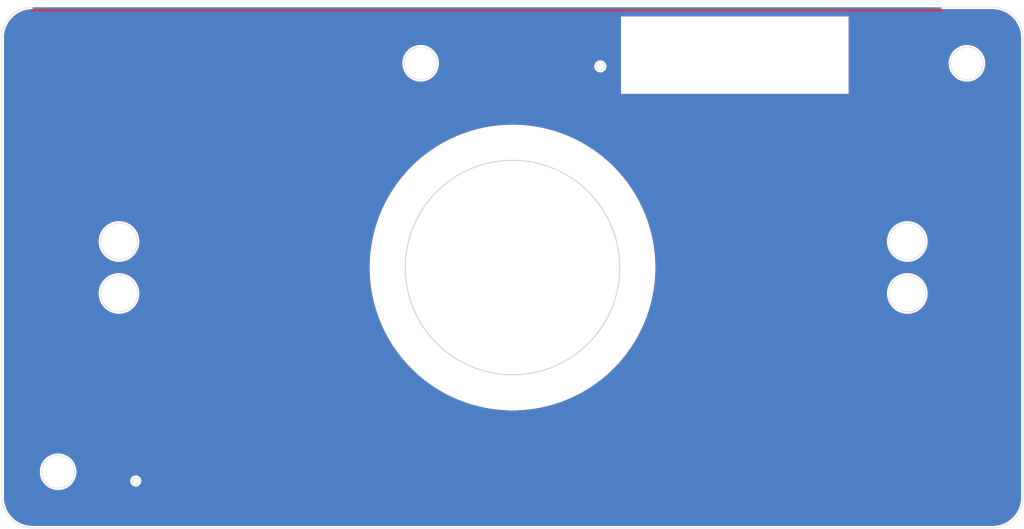
<source format=kicad_pcb>
(kicad_pcb
	(version 20240108)
	(generator "pcbnew")
	(generator_version "8.0")
	(general
		(thickness 1.09)
		(legacy_teardrops no)
	)
	(paper "A4")
	(layers
		(0 "F.Cu" signal)
		(31 "B.Cu" signal)
		(32 "B.Adhes" user "B.Adhesive")
		(33 "F.Adhes" user "F.Adhesive")
		(34 "B.Paste" user)
		(35 "F.Paste" user)
		(36 "B.SilkS" user "B.Silkscreen")
		(37 "F.SilkS" user "F.Silkscreen")
		(38 "B.Mask" user)
		(39 "F.Mask" user)
		(40 "Dwgs.User" user "User.Drawings")
		(41 "Cmts.User" user "User.Comments")
		(42 "Eco1.User" user "User.Eco1")
		(43 "Eco2.User" user "User.Eco2")
		(44 "Edge.Cuts" user)
		(45 "Margin" user)
		(46 "B.CrtYd" user "B.Courtyard")
		(47 "F.CrtYd" user "F.Courtyard")
		(48 "B.Fab" user)
		(49 "F.Fab" user)
		(50 "User.1" user)
		(51 "User.2" user)
		(52 "User.3" user)
		(53 "User.4" user)
		(54 "User.5" user)
		(55 "User.6" user)
		(56 "User.7" user)
		(57 "User.8" user)
		(58 "User.9" user)
	)
	(setup
		(stackup
			(layer "F.SilkS"
				(type "Top Silk Screen")
				(color "Black")
				(material "Direct Printing")
			)
			(layer "F.Paste"
				(type "Top Solder Paste")
			)
			(layer "F.Mask"
				(type "Top Solder Mask")
				(color "White")
				(thickness 0.01)
				(material "Dry Film")
				(epsilon_r 3.3)
				(loss_tangent 0)
			)
			(layer "F.Cu"
				(type "copper")
				(thickness 0.035)
			)
			(layer "dielectric 1"
				(type "prepreg")
				(color "FR4 natural")
				(thickness 1)
				(material "FR4")
				(epsilon_r 4.5)
				(loss_tangent 0.02)
			)
			(layer "B.Cu"
				(type "copper")
				(thickness 0.035)
			)
			(layer "B.Mask"
				(type "Bottom Solder Mask")
				(color "White")
				(thickness 0.01)
				(material "Dry Film")
				(epsilon_r 3.3)
				(loss_tangent 0)
			)
			(layer "B.Paste"
				(type "Bottom Solder Paste")
			)
			(layer "B.SilkS"
				(type "Bottom Silk Screen")
				(color "Black")
				(material "Direct Printing")
			)
			(copper_finish "HAL SnPb")
			(dielectric_constraints no)
		)
		(pad_to_mask_clearance 0)
		(allow_soldermask_bridges_in_footprints no)
		(pcbplotparams
			(layerselection 0x00010fc_ffffffff)
			(plot_on_all_layers_selection 0x0000000_00000000)
			(disableapertmacros no)
			(usegerberextensions no)
			(usegerberattributes yes)
			(usegerberadvancedattributes yes)
			(creategerberjobfile yes)
			(dashed_line_dash_ratio 12.000000)
			(dashed_line_gap_ratio 3.000000)
			(svgprecision 4)
			(plotframeref no)
			(viasonmask no)
			(mode 1)
			(useauxorigin no)
			(hpglpennumber 1)
			(hpglpenspeed 20)
			(hpglpendiameter 15.000000)
			(pdf_front_fp_property_popups yes)
			(pdf_back_fp_property_popups yes)
			(dxfpolygonmode yes)
			(dxfimperialunits yes)
			(dxfusepcbnewfont yes)
			(psnegative no)
			(psa4output no)
			(plotreference yes)
			(plotvalue yes)
			(plotfptext yes)
			(plotinvisibletext no)
			(sketchpadsonfab no)
			(subtractmaskfromsilk no)
			(outputformat 1)
			(mirror no)
			(drillshape 1)
			(scaleselection 1)
			(outputdirectory "")
		)
	)
	(net 0 "")
	(gr_rect
		(start 86.4 90.1)
		(end 175.4 90.3)
		(stroke
			(width 0)
			(type solid)
		)
		(fill solid)
		(layer "B.Cu")
		(uuid "c51825d3-4374-4888-813b-117ce7d81b18")
	)
	(gr_line
		(start 86.8 90.5)
		(end 180 90.5)
		(stroke
			(width 1)
			(type default)
		)
		(layer "F.Mask")
		(uuid "016dfd42-f18a-4ba3-b0ab-dacf80bd2a78")
	)
	(gr_arc
		(start 83.8 93.5)
		(mid 84.67868 91.37868)
		(end 86.8 90.5)
		(stroke
			(width 1)
			(type default)
		)
		(layer "F.Mask")
		(uuid "06f83784-59a4-4122-92c5-a15fcb9b8006")
	)
	(gr_rect
		(start 86.4 89.4)
		(end 175.4 90.1)
		(stroke
			(width 0)
			(type solid)
		)
		(fill solid)
		(layer "F.Mask")
		(uuid "09f32eba-b23b-4247-9e29-9b473d72c12f")
	)
	(gr_line
		(start 83.8 137.7)
		(end 83.8 93.5)
		(stroke
			(width 1)
			(type default)
		)
		(layer "F.Mask")
		(uuid "212e144e-8779-432f-82b1-38c44f76a098")
	)
	(gr_arc
		(start 180 90.5)
		(mid 182.12132 91.37868)
		(end 183 93.5)
		(stroke
			(width 1)
			(type default)
		)
		(layer "F.Mask")
		(uuid "48bd60ca-0b86-4511-912e-da2f3b5b23c4")
	)
	(gr_arc
		(start 86.8 140.7)
		(mid 84.67868 139.82132)
		(end 83.8 137.7)
		(stroke
			(width 1)
			(type default)
		)
		(layer "F.Mask")
		(uuid "4aac9c8e-bb7e-4627-bdbe-32c842df7253")
	)
	(gr_line
		(start 180 140.7)
		(end 86.8 140.7)
		(stroke
			(width 1)
			(type default)
		)
		(layer "F.Mask")
		(uuid "e5a7ad29-bb70-48cc-a2de-c15ea4c41b9a")
	)
	(gr_arc
		(start 183 137.7)
		(mid 182.12132 139.82132)
		(end 180 140.7)
		(stroke
			(width 1)
			(type default)
		)
		(layer "F.Mask")
		(uuid "e75f4107-4051-4a00-b8b5-45909530ff0b")
	)
	(gr_line
		(start 183 93.5)
		(end 183 137.7)
		(stroke
			(width 1)
			(type default)
		)
		(layer "F.Mask")
		(uuid "f7bfb336-e0f0-4b0f-9b1d-730a8d05a834")
	)
	(gr_line
		(start 86.4 90.1)
		(end 175.4 90.1)
		(stroke
			(width 0.05)
			(type default)
		)
		(layer "Edge.Cuts")
		(uuid "0319af1c-a74d-4510-b383-39815ff8a1bb")
	)
	(gr_circle
		(center 133.4 115.6)
		(end 143.9 115.6)
		(stroke
			(width 0.1)
			(type default)
		)
		(fill none)
		(layer "Edge.Cuts")
		(uuid "0d49ae60-ae8d-4988-8308-90fd18c0c546")
	)
	(gr_line
		(start 180.4 141.1)
		(end 86.4 141.1)
		(stroke
			(width 0.05)
			(type default)
		)
		(layer "Edge.Cuts")
		(uuid "183e8909-df03-47ca-8e36-2fe185033da9")
	)
	(gr_arc
		(start 180.4 90.1)
		(mid 182.52132 90.97868)
		(end 183.4 93.1)
		(stroke
			(width 0.05)
			(type default)
		)
		(layer "Edge.Cuts")
		(uuid "2175f3f8-f2b0-4428-85f5-127f3c9b69bf")
	)
	(gr_circle
		(center 172.06 113.05)
		(end 173.86 113.05)
		(stroke
			(width 0.05)
			(type default)
		)
		(fill none)
		(layer "Edge.Cuts")
		(uuid "28c09a1e-7de3-45d5-bb76-fbc70a726a76")
	)
	(gr_line
		(start 83.4 138.1)
		(end 83.4 93.1)
		(stroke
			(width 0.05)
			(type default)
		)
		(layer "Edge.Cuts")
		(uuid "2d4c7feb-e11e-4b78-8ee2-f49f9f7766c6")
	)
	(gr_line
		(start 183.4 93.1)
		(end 183.4 138.1)
		(stroke
			(width 0.05)
			(type default)
		)
		(layer "Edge.Cuts")
		(uuid "2dc98f7c-044a-46a6-b0dd-1fa2f362e9e2")
	)
	(gr_circle
		(center 177.9 95.6)
		(end 179.5 95.6)
		(stroke
			(width 0.05)
			(type default)
		)
		(fill none)
		(layer "Edge.Cuts")
		(uuid "4167abbb-d6ed-465c-b23d-af23a91c768e")
	)
	(gr_arc
		(start 183.4 138.1)
		(mid 182.52132 140.22132)
		(end 180.4 141.1)
		(stroke
			(width 0.05)
			(type default)
		)
		(layer "Edge.Cuts")
		(uuid "538cf266-e3a6-413e-932d-56ecc8076953")
	)
	(gr_arc
		(start 86.4 141.1)
		(mid 84.27868 140.22132)
		(end 83.4 138.1)
		(stroke
			(width 0.05)
			(type default)
		)
		(layer "Edge.Cuts")
		(uuid "5ec35c20-cd22-44c7-8424-13d507f9089a")
	)
	(gr_circle
		(center 96.5 136.5)
		(end 96.85 136.5)
		(stroke
			(width 0.05)
			(type default)
		)
		(fill none)
		(layer "Edge.Cuts")
		(uuid "67fe409f-f389-4b67-8851-d6916ee4e0bc")
	)
	(gr_circle
		(center 172.06 118.14)
		(end 173.86 118.14)
		(stroke
			(width 0.05)
			(type default)
		)
		(fill none)
		(layer "Edge.Cuts")
		(uuid "7692cba7-04ef-46e2-a377-e8a8edd80fed")
	)
	(gr_circle
		(center 88.9 135.6)
		(end 90.5 135.6)
		(stroke
			(width 0.05)
			(type default)
		)
		(fill none)
		(layer "Edge.Cuts")
		(uuid "7f82ec45-73d4-43c2-8882-345c5021bad2")
	)
	(gr_circle
		(center 124.4 95.6)
		(end 126 95.6)
		(stroke
			(width 0.05)
			(type default)
		)
		(fill none)
		(layer "Edge.Cuts")
		(uuid "8bfb8463-fb29-486a-b71d-8e2621967d48")
	)
	(gr_line
		(start 175.4 90.1)
		(end 180.4 90.1)
		(stroke
			(width 0.05)
			(type default)
		)
		(layer "Edge.Cuts")
		(uuid "8fd4b356-3ee6-482d-9718-5dc804270242")
	)
	(gr_circle
		(center 94.86 113.05)
		(end 96.66 113.05)
		(stroke
			(width 0.05)
			(type default)
		)
		(fill none)
		(layer "Edge.Cuts")
		(uuid "b4c1f36c-6cea-4548-806d-cfaa13296a81")
	)
	(gr_circle
		(center 94.86 118.14)
		(end 96.66 118.14)
		(stroke
			(width 0.05)
			(type default)
		)
		(fill none)
		(layer "Edge.Cuts")
		(uuid "b6cc61ef-6e3c-4eaa-9261-b2a967b345b4")
	)
	(gr_circle
		(center 142 95.9)
		(end 142.4 95.9)
		(stroke
			(width 0.05)
			(type default)
		)
		(fill none)
		(layer "Edge.Cuts")
		(uuid "ba8b531d-5abe-476a-92aa-b231fe861385")
	)
	(gr_arc
		(start 83.4 93.1)
		(mid 84.27868 90.97868)
		(end 86.4 90.1)
		(stroke
			(width 0.05)
			(type default)
		)
		(layer "Edge.Cuts")
		(uuid "f5626019-ef1d-444d-91cd-37145f7f2c83")
	)
	(gr_text "v1.0"
		(at 117 94.2 0)
		(layer "F.Cu")
		(uuid "87864782-a7fa-4eb5-971c-821a3fb0a623")
		(effects
			(font
				(face "CaskaydiaCove NF")
				(size 1.5 1.5)
				(thickness 0.1875)
				(italic yes)
			)
			(justify right bottom)
		)
		(render_cache "v1.0" 0
			(polygon
				(pts
					(xy 112.383811 93.945) (xy 112.239463 92.842976) (xy 112.468441 92.822093) (xy 112.573587 93.743499)
					(xy 112.591906 93.743499) (xy 112.66482 93.678498) (xy 112.730928 93.609479) (xy 112.790228 93.53644)
					(xy 112.842722 93.459384) (xy 112.888408 93.378308) (xy 112.927288 93.293215) (xy 112.95936 93.204102)
					(xy 112.984625 93.110971) (xy 113.003083 93.013822) (xy 113.014734 92.912654) (xy 113.01872 92.842976)
					(xy 113.238905 92.842976) (xy 113.233388 92.930614) (xy 113.223706 93.015751) (xy 113.20986 93.098386)
					(xy 113.19185 93.17852) (xy 113.169675 93.256152) (xy 113.143335 93.331282) (xy 113.112831 93.403911)
					(xy 113.078163 93.474038) (xy 113.039329 93.541664) (xy 112.996332 93.606788) (xy 112.949169 93.669411)
					(xy 112.897843 93.729532) (xy 112.842351 93.787151) (xy 112.782695 93.842269) (xy 112.718875 93.894885)
					(xy 112.65089 93.945)
				)
			)
			(polygon
				(pts
					(xy 113.390946 93.945) (xy 113.424652 93.751559) (xy 113.787352 93.751559) (xy 113.972 92.711451)
					(xy 113.611131 92.82136) (xy 113.647401 92.614364) (xy 114.011201 92.491266) (xy 114.232485 92.491266)
					(xy 114.009003 93.751559) (xy 114.333601 93.751559) (xy 114.299529 93.945)
				)
			)
			(polygon
				(pts
					(xy 115.086114 93.968447) (xy 115.014501 93.950987) (xy 114.978402 93.92375) (xy 114.939991 93.860553)
					(xy 114.933706 93.816039) (xy 114.951166 93.74394) (xy 114.978402 93.707962) (xy 115.041429 93.669866)
					(xy 115.086114 93.663632) (xy 115.158213 93.680948) (xy 115.194191 93.707962) (xy 115.232287 93.770959)
					(xy 115.238521 93.816039) (xy 115.221205 93.88748) (xy 115.194191 93.92375) (xy 115.131193 93.962161)
				)
			)
			(polygon
				(pts
					(xy 116.495158 93.090341) (xy 116.533985 93.117383) (xy 116.571139 93.184033) (xy 116.576117 93.228391)
					(xy 116.561264 93.300271) (xy 116.533985 93.339033) (xy 116.466696 93.376186) (xy 116.421878 93.381165)
					(xy 116.348951 93.366312) (xy 116.30977 93.339033) (xy 116.272294 93.272209) (xy 116.267272 93.228391)
					(xy 116.282254 93.155852) (xy 116.30977 93.117383) (xy 116.373655 93.08149) (xy 116.421878 93.075617)
				)
			)
			(polygon
				(pts
					(xy 116.632527 92.47399) (xy 116.710998 92.496155) (xy 116.779393 92.53444) (xy 116.837714 92.588845)
					(xy 116.844296 92.596779) (xy 116.884838 92.658055) (xy 116.915422 92.729044) (xy 116.936048 92.809744)
					(xy 116.945803 92.886646) (xy 116.948343 92.956182) (xy 116.947118 93.034086) (xy 116.943443 93.109162)
					(xy 116.935404 93.199031) (xy 116.923536 93.28448) (xy 116.907841 93.365512) (xy 116.888317 93.442124)
					(xy 116.869941 93.500233) (xy 116.838132 93.581553) (xy 116.801505 93.655429) (xy 116.760062 93.721859)
					(xy 116.713801 93.780845) (xy 116.653742 93.840253) (xy 116.644627 93.847913) (xy 116.577656 93.894879)
					(xy 116.504969 93.930309) (xy 116.426568 93.954204) (xy 116.342451 93.966563) (xy 116.291818 93.968447)
					(xy 116.214143 93.962136) (xy 116.134945 93.939467) (xy 116.06596 93.900312) (xy 116.007187 93.84467)
					(xy 116.000559 93.836556) (xy 115.959874 93.773767) (xy 115.929182 93.701125) (xy 115.908483 93.618632)
					(xy 115.898694 93.540081) (xy 115.896145 93.469092) (xy 115.896221 93.46433) (xy 116.116696 93.46433)
					(xy 116.121043 93.543194) (xy 116.13607 93.618585) (xy 116.164996 93.686638) (xy 116.171651 93.697337)
					(xy 116.223794 93.75142) (xy 116.296043 93.778829) (xy 116.32589 93.780868) (xy 116.404778 93.770595)
					(xy 116.475706 93.739775) (xy 116.538675 93.688409) (xy 116.586314 93.628028) (xy 116.621546 93.566179)
					(xy 116.652154 93.494842) (xy 116.677574 93.41524) (xy 116.697806 93.327373) (xy 116.710257 93.251129)
					(xy 116.719388 93.169596) (xy 116.725198 93.082773) (xy 116.727688 92.990661) (xy 116.727792 92.966807)
					(xy 116.723503 92.888973) (xy 116.708676 92.814727) (xy 116.676906 92.742633) (xy 116.67357 92.737463)
					(xy 116.622859 92.684329) (xy 116.552694 92.657401) (xy 116.523727 92.655397) (xy 116.443913 92.665635)
					(xy 116.372128 92.69635) (xy 116.308372 92.747541) (xy 116.260115 92.807716) (xy 116.224407 92.869354)
					(xy 116.193377 92.940198) (xy 116.167607 93.019234) (xy 116.147095 93.106464) (xy 116.134473 93.182147)
					(xy 116.125216 93.263073) (xy 116.119326 93.349243) (xy 116.116801 93.440657) (xy 116.116696 93.46433)
					(xy 115.896221 93.46433) (xy 115.897376 93.391835) (xy 115.901068 93.317418) (xy 115.909145 93.228388)
					(xy 115.921068 93.143795) (xy 115.936837 93.063639) (xy 115.956452 92.987919) (xy 115.974913 92.930537)
					(xy 116.00686 92.850153) (xy 116.043624 92.777162) (xy 116.085205 92.711564) (xy 116.131603 92.653359)
					(xy 116.191822 92.594798) (xy 116.20096 92.587254) (xy 116.268395 92.540716) (xy 116.341509 92.505609)
					(xy 116.420304 92.481932) (xy 116.504779 92.469685) (xy 116.555601 92.467819)
				)
			)
		)
	)
	(gr_text "LEDDs"
		(at 101.4 97 0)
		(layer "F.Cu")
		(uuid "c6bdaeb7-05d4-4f3a-9d11-c6f14da8771e")
		(effects
			(font
				(face "CaskaydiaCove NF")
				(size 8 8)
				(thickness 0.15)
			)
		)
		(render_cache "LEDDs" 0
			(polygon
				(pts
					(xy 85.885695 100.32) (xy 85.885695 92.566755) (xy 87.028751 92.566755) (xy 87.028751 99.288318)
					(xy 91.051919 99.288318) (xy 91.051919 100.32)
				)
			)
			(polygon
				(pts
					(xy 92.443127 100.32) (xy 92.443127 92.566755) (xy 97.609351 92.566755) (xy 97.609351 93.598436)
					(xy 93.586183 93.598436) (xy 93.586183 95.911905) (xy 96.620656 95.911905) (xy 96.620656 96.943586)
					(xy 93.586183 96.943586) (xy 93.586183 99.288318) (xy 97.609351 99.288318) (xy 97.609351 100.32)
				)
			)
			(polygon
				(pts
					(xy 101.213124 92.582325) (xy 101.617743 92.629036) (xy 102.17235 92.757493) (xy 102.664171 92.956017)
					(xy 103.093206 93.224607) (xy 103.459456 93.563265) (xy 103.76292 93.971991) (xy 104.003599 94.450783)
					(xy 104.181491 94.999642) (xy 104.265206 95.404475) (xy 104.321015 95.840448) (xy 104.34892 96.307563)
					(xy 104.352408 96.552798) (xy 104.338456 97.008982) (xy 104.296598 97.435736) (xy 104.226837 97.833058)
					(xy 104.069872 98.373857) (xy 103.850123 98.848436) (xy 103.567587 99.256795) (xy 103.222266 99.598934)
					(xy 102.814159 99.874852) (xy 102.343266 100.084549) (xy 101.809588 100.228027) (xy 101.418922 100.286889)
					(xy 101.00035 100.316321) (xy 100.780601 100.32) (xy 98.891138 100.32) (xy 98.891138 99.288318)
					(xy 100.034194 99.288318) (xy 100.780601 99.288318) (xy 101.212899 99.264275) (xy 101.602676 99.192147)
					(xy 102.056235 99.021177) (xy 102.434201 98.764722) (xy 102.736574 98.422782) (xy 102.963353 97.995357)
					(xy 103.08383 97.618689) (xy 103.161785 97.193935) (xy 103.197219 96.721096) (xy 103.199582 96.552798)
					(xy 103.178321 96.024821) (xy 103.114539 95.548777) (xy 103.008237 95.124664) (xy 102.859412 94.752484)
					(xy 102.594836 94.337027) (xy 102.254667 94.013893) (xy 101.838905 93.783084) (xy 101.347549 93.644598)
					(xy 100.929425 93.601321) (xy 100.780601 93.598436) (xy 100.034194 93.598436) (xy 100.034194 99.288318)
					(xy 98.891138 99.288318) (xy 98.891138 92.566755) (xy 100.780601 92.566755)
				)
			)
			(polygon
				(pts
					(xy 107.770556 92.582325) (xy 108.175175 92.629036) (xy 108.729782 92.757493) (xy 109.221603 92.956017)
					(xy 109.650638 93.224607) (xy 110.016888 93.563265) (xy 110.320352 93.971991) (xy 110.561031 94.450783)
					(xy 110.738923 94.999642) (xy 110.822638 95.404475) (xy 110.878447 95.840448) (xy 110.906352 96.307563)
					(xy 110.90984 96.552798) (xy 110.895888 97.008982) (xy 110.85403 97.435736) (xy 110.784269 97.833058)
					(xy 110.627304 98.373857) (xy 110.407554 98.848436) (xy 110.125019 99.256795) (xy 109.779698 99.598934)
					(xy 109.371591 99.874852) (xy 108.900698 100.084549) (xy 108.36702 100.228027) (xy 107.976354 100.286889)
					(xy 107.557782 100.316321) (xy 107.338033 100.32) (xy 105.44857 100.32) (xy 105.44857 99.288318)
					(xy 106.591626 99.288318) (xy 107.338033 99.288318) (xy 107.770331 99.264275) (xy 108.160108 99.192147)
					(xy 108.613667 99.021177) (xy 108.991633 98.764722) (xy 109.294006 98.422782) (xy 109.520785 97.995357)
					(xy 109.641262 97.618689) (xy 109.719217 97.193935) (xy 109.754651 96.721096) (xy 109.757014 96.552798)
					(xy 109.735753 96.024821) (xy 109.671971 95.548777) (xy 109.565668 95.124664) (xy 109.416844 94.752484)
					(xy 109.152268 94.337027) (xy 108.812099 94.013893) (xy 108.396337 93.783084) (xy 107.904981 93.644598)
					(xy 107.486857 93.601321) (xy 107.338033 93.598436) (xy 106.591626 93.598436) (xy 106.591626 99.288318)
					(xy 105.44857 99.288318) (xy 105.44857 92.566755) (xy 107.338033 92.566755)
				)
			)
			(polygon
				(pts
					(xy 114.083043 100.445052) (xy 113.688782 100.441236) (xy 113.29785 100.428222) (xy 112.95171 100.405973)
					(xy 112.556716 100.363765) (xy 112.16754 100.296961) (xy 112.093929 100.280921) (xy 112.224843 99.237515)
					(xy 112.639385 99.297416) (xy 113.04506 99.348665) (xy 113.244802 99.370383) (xy 113.648918 99.401238)
					(xy 114.058208 99.413328) (xy 114.083043 99.41337) (xy 114.495203 99.402379) (xy 114.886188 99.363739)
					(xy 115.287769 99.268942) (xy 115.366783 99.237515) (xy 115.677804 98.990139) (xy 115.765388 98.67478)
					(xy 115.649846 98.299987) (xy 115.624704 98.274221) (xy 115.263316 98.088078) (xy 115.192882 98.069057)
					(xy 113.852478 97.721256) (xy 113.449355 97.603164) (xy 113.064449 97.454254) (xy 112.69266 97.249165)
					(xy 112.584369 97.16829) (xy 112.323758 96.843556) (xy 112.201117 96.443623) (xy 112.181857 96.165917)
					(xy 112.216919 95.765153) (xy 112.342857 95.370334) (xy 112.560385 95.042927) (xy 112.869505 94.78293)
					(xy 112.914585 94.75517) (xy 113.278925 94.584628) (xy 113.659532 94.471788) (xy 114.103199 94.389722)
					(xy 114.521093 94.344842) (xy 114.982778 94.321334) (xy 115.28081 94.317487) (xy 115.678193 94.324448)
					(xy 116.115323 94.34892) (xy 116.541943 94.391012) (xy 116.820517 94.428862) (xy 116.699372 95.425373)
					(xy 116.304472 95.391083) (xy 115.911933 95.366755) (xy 115.513711 95.352071) (xy 115.247593 95.349169)
					(xy 114.84588 95.357397) (xy 114.449749 95.38695) (xy 114.049038 95.454117) (xy 113.830984 95.521116)
					(xy 113.501257 95.745331) (xy 113.391347 96.07799) (xy 113.56005 96.441896) (xy 113.57111 96.449239)
					(xy 113.93125 96.604864) (xy 114.12603 96.660265) (xy 115.204606 96.927955) (xy 115.582062 97.033462)
					(xy 115.955968 97.171673) (xy 116.337139 97.370884) (xy 116.546965 97.527815) (xy 116.806534 97.857268)
					(xy 116.93923 98.24375) (xy 116.972924 98.620069) (xy 116.940013 99.013888) (xy 116.821799 99.4026)
					(xy 116.586044 99.76166) (xy 116.285136 100.011277) (xy 115.890318 100.201053) (xy 115.459701 100.322629)
					(xy 115.027345 100.393795) (xy 114.622446 100.429802) (xy 114.176998 100.444628)
				)
			)
		)
	)
	(gr_text ""
		(at 89.32 115.83 90)
		(layer "F.Mask")
		(uuid "40be2ff7-7a26-4099-81aa-85daec073144")
		(effects
			(font
				(face "3270 Nerd Font")
				(size 5 5)
				(thickness 0.375)
			)
		)
		(render_cache "" 90
			(polygon
				(pts
					(xy 89.401405 113.848656) (xy 89.673071 113.893235) (xy 89.93001 113.979421) (xy 90.172223 114.107214)
					(xy 90.39971 114.276615) (xy 90.546357 114.418086) (xy 90.7161 114.636281) (xy 90.844352 114.877969)
					(xy 90.931115 115.143147) (xy 90.972459 115.389141) (xy 92.309689 115.389141) (xy 92.309689 115.811681)
					(xy 90.972459 115.811681) (xy 90.948283 115.977614) (xy 90.873375 116.249629) (xy 90.756977 116.498271)
					(xy 90.599089 116.723537) (xy 90.39971 116.925428) (xy 90.271521 117.027037) (xy 90.035619 117.172253)
					(xy 89.784991 117.275979) (xy 89.519637 117.338214) (xy 89.239556 117.35896) (xy 87.691057 117.35896)
					(xy 87.481008 117.147689) (xy 87.481008 116.911995) (xy 87.926751 116.911995) (xy 89.239556 116.911995)
					(xy 89.481056 116.890409) (xy 89.731554 116.816801) (xy 89.966179 116.690955) (xy 90.154322 116.538208)
					(xy 90.321609 116.33823) (xy 90.447337 116.104772) (xy 90.526022 115.850391) (xy 90.55218 115.587641)
					(xy 90.53038 115.341514) (xy 90.465598 115.103496) (xy 90.346954 114.868399) (xy 90.17867 114.661297)
					(xy 89.970682 114.496968) (xy 89.744834 114.380113) (xy 89.501125 114.310732) (xy 89.239556 114.288827)
					(xy 87.926751 114.288827) (xy 87.926751 116.911995) (xy 87.481008 116.911995) (xy 87.481008 116.468694)
					(xy 86.168203 116.468694) (xy 86.168203 116.047375) (xy 87.481008 116.047375) (xy 87.481008 115.153447)
					(xy 86.168203 115.153447) (xy 86.168203 114.710146) (xy 87.481008 114.710146) (xy 87.481008 114.053133)
					(xy 87.691057 113.841863) (xy 89.239556 113.841863)
				)
			)
		)
	)
	(gr_text ""
		(at 177.15 115.6 0)
		(layer "F.Mask")
		(uuid "b02e4edf-6735-41e6-be62-b386c9067136")
		(effects
			(font
				(face "3270 Nerd Font")
				(size 5 5)
				(thickness 0.1875)
			)
		)
		(render_cache "" 0
			(polygon
				(pts
					(xy 179.303 113.143073) (xy 179.107539 112.97997) (xy 178.893016 112.850612) (xy 178.65943 112.754999)
					(xy 178.406782 112.693132) (xy 178.135071 112.665011) (xy 178.040265 112.663136) (xy 177.762572 112.679966)
					(xy 177.50377 112.730456) (xy 177.263859 112.814605) (xy 177.042838 112.932414) (xy 176.840708 113.083883)
					(xy 176.777529 113.141852) (xy 176.60903 113.328512) (xy 176.45651 113.565491) (xy 176.35144 113.823156)
					(xy 176.293821 114.101508) (xy 176.281716 114.312997) (xy 176.30252 114.561003) (xy 176.370981 114.796117)
					(xy 176.390404 114.83934) (xy 176.516521 115.058658) (xy 176.663155 115.260888) (xy 176.715247 115.325383)
					(xy 176.806839 115.434071) (xy 176.966555 115.627014) (xy 177.101151 115.807763) (xy 177.237636 116.03306)
					(xy 177.331407 116.258935) (xy 177.379588 116.464776) (xy 177.379588 116.500191) (xy 177.283112 116.731001)
					(xy 177.057223 116.827383) (xy 177.048639 116.827477) (xy 176.837369 116.75054) (xy 176.725017 116.556367)
					(xy 176.644574 116.316617) (xy 176.563817 116.183897) (xy 176.410044 115.985069) (xy 176.324459 115.884699)
					(xy 176.208444 115.74426) (xy 176.055587 115.548741) (xy 175.997173 115.468265) (xy 175.868254 115.258923)
					(xy 175.816434 115.160519) (xy 175.720857 114.932227) (xy 175.67233 114.763625) (xy 175.630857 114.515256)
					(xy 175.62104 114.312997) (xy 175.635723 114.047776) (xy 175.679772 113.79067) (xy 175.753188 113.541678)
					(xy 175.806664 113.406856) (xy 175.922294 113.175896) (xy 176.058983 112.96387) (xy 176.216731 112.770777)
					(xy 176.313468 112.671685) (xy 176.503587 112.508624) (xy 176.713993 112.365656) (xy 176.944684 112.242781)
					(xy 177.081612 112.183199) (xy 177.339136 112.09583) (xy 177.606128 112.037054) (xy 177.851401 112.008814)
					(xy 178.040265 112.002459) (xy 178.291606 112.013756) (xy 178.535162 112.047644) (xy 178.799857 112.112774)
					(xy 178.998918 112.183199) (xy 179.240879 112.294912) (xy 179.462555 112.426717) (xy 179.663944 112.578615)
					(xy 179.767062 112.671685) (xy 179.937003 112.854259) (xy 180.085498 113.055766) (xy 180.212549 113.276207)
					(xy 180.273866 113.406856) (xy 180.364187 113.651339) (xy 180.424948 113.903938) (xy 180.45615 114.16465)
					(xy 180.460712 114.312997) (xy 180.446236 114.557563) (xy 180.409421 114.763625) (xy 180.333875 115.006645)
					(xy 180.265317 115.160519) (xy 180.146131 115.375701) (xy 180.085799 115.468265) (xy 179.934216 115.670224)
					(xy 179.873307 115.74426) (xy 179.757292 115.884699) (xy 179.598611 116.077942) (xy 179.517934 116.183897)
					(xy 179.39961 116.400324) (xy 179.356734 116.556367) (xy 179.243161 116.746877) (xy 179.033112 116.823813)
					(xy 178.804709 116.733273) (xy 178.798639 116.727337) (xy 178.702257 116.501448) (xy 178.702163 116.492864)
					(xy 178.702163 116.461113) (xy 178.762327 116.216393) (xy 178.863641 115.991764) (xy 178.979379 115.807763)
					(xy 179.134893 115.602255) (xy 179.274912 115.434071) (xy 179.366504 115.325383) (xy 179.525571 115.11968)
					(xy 179.655402 114.910776) (xy 179.691347 114.83934) (xy 179.771947 114.594181) (xy 179.798394 114.350115)
					(xy 179.798813 114.312997) (xy 179.781382 114.061636) (xy 179.716985 113.787049) (xy 179.605136 113.532564)
					(xy 179.445837 113.298182)
				)
			)
			(polygon
				(pts
					(xy 177.052303 117.278105) (xy 179.029448 117.278105) (xy 179.256631 117.368645) (xy 179.2627 117.374581)
					(xy 179.359082 117.60047) (xy 179.359176 117.609054) (xy 179.268636 117.836237) (xy 179.2627 117.842306)
					(xy 179.037958 117.938688) (xy 179.029448 117.938782) (xy 177.052303 117.938782) (xy 176.823974 117.848241)
					(xy 176.817829 117.842306) (xy 176.721448 117.617563) (xy 176.721354 117.609054) (xy 176.811894 117.380651)
					(xy 176.817829 117.374581) (xy 177.043792 117.278199)
				)
			)
			(polygon
				(pts
					(xy 177.257467 118.941399) (xy 177.161085 118.71673) (xy 177.160991 118.708147) (xy 177.251531 118.480964)
					(xy 177.257467 118.474895) (xy 177.483429 118.378513) (xy 177.49194 118.378419) (xy 178.589811 118.378419)
					(xy 178.816994 118.468959) (xy 178.823063 118.474895) (xy 178.919445 118.699638) (xy 178.919539 118.708147)
					(xy 178.828999 118.935404) (xy 178.823063 118.941399) (xy 178.589811 119.036653) (xy 177.49194 119.036653)
					(xy 177.263611 118.947259)
				)
			)
		)
	)
	(gr_text "LEDDs"
		(at 101.4 97 0)
		(layer "F.Mask")
		(uuid "cb8c3547-aba5-4c30-937b-83dae282d78a")
		(effects
			(font
				(face "CaskaydiaCove NF")
				(size 8 8)
				(thickness 0.15)
			)
		)
		(render_cache "LEDDs" 0
			(polygon
				(pts
					(xy 85.885695 100.32) (xy 85.885695 92.566755) (xy 87.028751 92.566755) (xy 87.028751 99.288318)
					(xy 91.051919 99.288318) (xy 91.051919 100.32)
				)
			)
			(polygon
				(pts
					(xy 92.443127 100.32) (xy 92.443127 92.566755) (xy 97.609351 92.566755) (xy 97.609351 93.598436)
					(xy 93.586183 93.598436) (xy 93.586183 95.911905) (xy 96.620656 95.911905) (xy 96.620656 96.943586)
					(xy 93.586183 96.943586) (xy 93.586183 99.288318) (xy 97.609351 99.288318) (xy 97.609351 100.32)
				)
			)
			(polygon
				(pts
					(xy 101.213124 92.582325) (xy 101.617743 92.629036) (xy 102.17235 92.757493) (xy 102.664171 92.956017)
					(xy 103.093206 93.224607) (xy 103.459456 93.563265) (xy 103.76292 93.971991) (xy 104.003599 94.450783)
					(xy 104.181491 94.999642) (xy 104.265206 95.404475) (xy 104.321015 95.840448) (xy 104.34892 96.307563)
					(xy 104.352408 96.552798) (xy 104.338456 97.008982) (xy 104.296598 97.435736) (xy 104.226837 97.833058)
					(xy 104.069872 98.373857) (xy 103.850123 98.848436) (xy 103.567587 99.256795) (xy 103.222266 99.598934)
					(xy 102.814159 99.874852) (xy 102.343266 100.084549) (xy 101.809588 100.228027) (xy 101.418922 100.286889)
					(xy 101.00035 100.316321) (xy 100.780601 100.32) (xy 98.891138 100.32) (xy 98.891138 99.288318)
					(xy 100.034194 99.288318) (xy 100.780601 99.288318) (xy 101.212899 99.264275) (xy 101.602676 99.192147)
					(xy 102.056235 99.021177) (xy 102.434201 98.764722) (xy 102.736574 98.422782) (xy 102.963353 97.995357)
					(xy 103.08383 97.618689) (xy 103.161785 97.193935) (xy 103.197219 96.721096) (xy 103.199582 96.552798)
					(xy 103.178321 96.024821) (xy 103.114539 95.548777) (xy 103.008237 95.124664) (xy 102.859412 94.752484)
					(xy 102.594836 94.337027) (xy 102.254667 94.013893) (xy 101.838905 93.783084) (xy 101.347549 93.644598)
					(xy 100.929425 93.601321) (xy 100.780601 93.598436) (xy 100.034194 93.598436) (xy 100.034194 99.288318)
					(xy 98.891138 99.288318) (xy 98.891138 92.566755) (xy 100.780601 92.566755)
				)
			)
			(polygon
				(pts
					(xy 107.770556 92.582325) (xy 108.175175 92.629036) (xy 108.729782 92.757493) (xy 109.221603 92.956017)
					(xy 109.650638 93.224607) (xy 110.016888 93.563265) (xy 110.320352 93.971991) (xy 110.561031 94.450783)
					(xy 110.738923 94.999642) (xy 110.822638 95.404475) (xy 110.878447 95.840448) (xy 110.906352 96.307563)
					(xy 110.90984 96.552798) (xy 110.895888 97.008982) (xy 110.85403 97.435736) (xy 110.784269 97.833058)
					(xy 110.627304 98.373857) (xy 110.407554 98.848436) (xy 110.125019 99.256795) (xy 109.779698 99.598934)
					(xy 109.371591 99.874852) (xy 108.900698 100.084549) (xy 108.36702 100.228027) (xy 107.976354 100.286889)
					(xy 107.557782 100.316321) (xy 107.338033 100.32) (xy 105.44857 100.32) (xy 105.44857 99.288318)
					(xy 106.591626 99.288318) (xy 107.338033 99.288318) (xy 107.770331 99.264275) (xy 108.160108 99.192147)
					(xy 108.613667 99.021177) (xy 108.991633 98.764722) (xy 109.294006 98.422782) (xy 109.520785 97.995357)
					(xy 109.641262 97.618689) (xy 109.719217 97.193935) (xy 109.754651 96.721096) (xy 109.757014 96.552798)
					(xy 109.735753 96.024821) (xy 109.671971 95.548777) (xy 109.565668 95.124664) (xy 109.416844 94.752484)
					(xy 109.152268 94.337027) (xy 108.812099 94.013893) (xy 108.396337 93.783084) (xy 107.904981 93.644598)
					(xy 107.486857 93.601321) (xy 107.338033 93.598436) (xy 106.591626 93.598436) (xy 106.591626 99.288318)
					(xy 105.44857 99.288318) (xy 105.44857 92.566755) (xy 107.338033 92.566755)
				)
			)
			(polygon
				(pts
					(xy 114.083043 100.445052) (xy 113.688782 100.441236) (xy 113.29785 100.428222) (xy 112.95171 100.405973)
					(xy 112.556716 100.363765) (xy 112.16754 100.296961) (xy 112.093929 100.280921) (xy 112.224843 99.237515)
					(xy 112.639385 99.297416) (xy 113.04506 99.348665) (xy 113.244802 99.370383) (xy 113.648918 99.401238)
					(xy 114.058208 99.413328) (xy 114.083043 99.41337) (xy 114.495203 99.402379) (xy 114.886188 99.363739)
					(xy 115.287769 99.268942) (xy 115.366783 99.237515) (xy 115.677804 98.990139) (xy 115.765388 98.67478)
					(xy 115.649846 98.299987) (xy 115.624704 98.274221) (xy 115.263316 98.088078) (xy 115.192882 98.069057)
					(xy 113.852478 97.721256) (xy 113.449355 97.603164) (xy 113.064449 97.454254) (xy 112.69266 97.249165)
					(xy 112.584369 97.16829) (xy 112.323758 96.843556) (xy 112.201117 96.443623) (xy 112.181857 96.165917)
					(xy 112.216919 95.765153) (xy 112.342857 95.370334) (xy 112.560385 95.042927) (xy 112.869505 94.78293)
					(xy 112.914585 94.75517) (xy 113.278925 94.584628) (xy 113.659532 94.471788) (xy 114.103199 94.389722)
					(xy 114.521093 94.344842) (xy 114.982778 94.321334) (xy 115.28081 94.317487) (xy 115.678193 94.324448)
					(xy 116.115323 94.34892) (xy 116.541943 94.391012) (xy 116.820517 94.428862) (xy 116.699372 95.425373)
					(xy 116.304472 95.391083) (xy 115.911933 95.366755) (xy 115.513711 95.352071) (xy 115.247593 95.349169)
					(xy 114.84588 95.357397) (xy 114.449749 95.38695) (xy 114.049038 95.454117) (xy 113.830984 95.521116)
					(xy 113.501257 95.745331) (xy 113.391347 96.07799) (xy 113.56005 96.441896) (xy 113.57111 96.449239)
					(xy 113.93125 96.604864) (xy 114.12603 96.660265) (xy 115.204606 96.927955) (xy 115.582062 97.033462)
					(xy 115.955968 97.171673) (xy 116.337139 97.370884) (xy 116.546965 97.527815) (xy 116.806534 97.857268)
					(xy 116.93923 98.24375) (xy 116.972924 98.620069) (xy 116.940013 99.013888) (xy 116.821799 99.4026)
					(xy 116.586044 99.76166) (xy 116.285136 100.011277) (xy 115.890318 100.201053) (xy 115.459701 100.322629)
					(xy 115.027345 100.393795) (xy 114.622446 100.429802) (xy 114.176998 100.444628)
				)
			)
		)
	)
	(zone
		(net 0)
		(net_name "")
		(layers "F&B.Cu")
		(uuid "0ec010b8-6160-41c5-b564-09fd5ddab3e9")
		(hatch edge 0.5)
		(priority 1)
		(connect_pads
			(clearance 0.2)
		)
		(min_thickness 0.25)
		(filled_areas_thickness no)
		(fill yes
			(thermal_gap 0.5)
			(thermal_bridge_width 0.5)
			(smoothing fillet)
			(radius 3)
			(island_removal_mode 1)
			(island_area_min 10)
		)
		(polygon
			(pts
				(xy 83.4 90.3) (xy 183.4 90.3) (xy 183.4 141.1) (xy 83.4 141.1)
			)
		)
		(filled_polygon
			(layer "F.Cu")
			(island)
			(pts
				(xy 175.350466 90.3005) (xy 175.360118 90.3005) (xy 175.439882 90.3005) (xy 180.360118 90.3005)
				(xy 180.396519 90.3005) (xy 180.403472 90.300695) (xy 180.706503 90.317713) (xy 180.720301 90.319267)
				(xy 181.01608 90.369522) (xy 181.029636 90.372616) (xy 181.317927 90.455672) (xy 181.331051 90.460265)
				(xy 181.608222 90.575072) (xy 181.620744 90.581101) (xy 181.823184 90.692986) (xy 181.883328 90.726227)
				(xy 181.895102 90.733625) (xy 182.139789 90.907239) (xy 182.150657 90.915907) (xy 182.374352 91.115815)
				(xy 182.384184 91.125647) (xy 182.584092 91.349342) (xy 182.592763 91.360214) (xy 182.766374 91.604897)
				(xy 182.773772 91.616671) (xy 182.918894 91.879248) (xy 182.924927 91.891777) (xy 183.039734 92.168948)
				(xy 183.044327 92.182072) (xy 183.127383 92.470363) (xy 183.130477 92.48392) (xy 183.18073 92.779688)
				(xy 183.182287 92.793506) (xy 183.199305 93.096527) (xy 183.1995 93.10348) (xy 183.1995 138.096519)
				(xy 183.199305 138.103472) (xy 183.182287 138.406493) (xy 183.18073 138.420311) (xy 183.130477 138.716079)
				(xy 183.127383 138.729636) (xy 183.044327 139.017927) (xy 183.039734 139.031051) (xy 182.924927 139.308222)
				(xy 182.918894 139.320751) (xy 182.773772 139.583328) (xy 182.766374 139.595102) (xy 182.592763 139.839785)
				(xy 182.584092 139.850657) (xy 182.384184 140.074352) (xy 182.374352 140.084184) (xy 182.150657 140.284092)
				(xy 182.139785 140.292763) (xy 181.895102 140.466374) (xy 181.883328 140.473772) (xy 181.620751 140.618894)
				(xy 181.608222 140.624927) (xy 181.331051 140.739734) (xy 181.317927 140.744327) (xy 181.029636 140.827383)
				(xy 181.016079 140.830477) (xy 180.720311 140.88073) (xy 180.706493 140.882287) (xy 180.403472 140.899305)
				(xy 180.396519 140.8995) (xy 86.403481 140.8995) (xy 86.396528 140.899305) (xy 86.093506 140.882287)
				(xy 86.079688 140.88073) (xy 85.78392 140.830477) (xy 85.770363 140.827383) (xy 85.482072 140.744327)
				(xy 85.468948 140.739734) (xy 85.191777 140.624927) (xy 85.179248 140.618894) (xy 84.916671 140.473772)
				(xy 84.904897 140.466374) (xy 84.660214 140.292763) (xy 84.649342 140.284092) (xy 84.425647 140.084184)
				(xy 84.415815 140.074352) (xy 84.215907 139.850657) (xy 84.207236 139.839785) (xy 84.033625 139.595102)
				(xy 84.026227 139.583328) (xy 83.881105 139.320751) (xy 83.875072 139.308222) (xy 83.760265 139.031051)
				(xy 83.755672 139.017927) (xy 83.672616 138.729636) (xy 83.669522 138.716079) (xy 83.65003 138.601356)
				(xy 83.619267 138.420301) (xy 83.617713 138.406503) (xy 83.600695 138.103472) (xy 83.6005 138.096519)
				(xy 83.6005 135.599995) (xy 87.094451 135.599995) (xy 87.094451 135.600004) (xy 87.114616 135.869101)
				(xy 87.174664 136.132188) (xy 87.174666 136.132195) (xy 87.262616 136.356287) (xy 87.273257 136.383398)
				(xy 87.408185 136.617102) (xy 87.434022 136.6495) (xy 87.576442 136.828089) (xy 87.756029 136.99472)
				(xy 87.774259 137.011635) (xy 87.997226 137.163651) (xy 88.240359 137.280738) (xy 88.498228 137.36028)
				(xy 88.498229 137.36028) (xy 88.498232 137.360281) (xy 88.765063 137.400499) (xy 88.765068 137.400499)
				(xy 88.765071 137.4005) (xy 88.765072 137.4005) (xy 89.034928 137.4005) (xy 89.034929 137.4005)
				(xy 89.034936 137.400499) (xy 89.301767 137.360281) (xy 89.301768 137.36028) (xy 89.301772 137.36028)
				(xy 89.559641 137.280738) (xy 89.802775 137.163651) (xy 90.025741 137.011635) (xy 90.223561 136.828085)
				(xy 90.391815 136.617102) (xy 90.459423 136.5) (xy 95.94475 136.5) (xy 95.961795 136.629471) (xy 95.96367 136.643708)
				(xy 95.963671 136.643712) (xy 96.019137 136.777622) (xy 96.019138 136.777624) (xy 96.019139 136.777625)
				(xy 96.107379 136.892621) (xy 96.222375 136.980861) (xy 96.356291 137.03633) (xy 96.48328 137.053048)
				(xy 96.499999 137.05525) (xy 96.5 137.05525) (xy 96.500001 137.05525) (xy 96.514977 137.053278)
				(xy 96.643709 137.03633) (xy 96.777625 136.980861) (xy 96.892621 136.892621) (xy 96.980861 136.777625)
				(xy 97.03633 136.643709) (xy 97.05525 136.5) (xy 97.03633 136.356291) (xy 96.980861 136.222375)
				(xy 96.892621 136.107379) (xy 96.777625 136.019139) (xy 96.777624 136.019138) (xy 96.777622 136.019137)
				(xy 96.643712 135.963671) (xy 96.64371 135.96367) (xy 96.643709 135.96367) (xy 96.571854 135.95421)
				(xy 96.500001 135.94475) (xy 96.499999 135.94475) (xy 96.356291 135.96367) (xy 96.356287 135.963671)
				(xy 96.222377 136.019137) (xy 96.107379 136.107379) (xy 96.019137 136.222377) (xy 95.963671 136.356287)
				(xy 95.96367 136.356291) (xy 95.94475 136.5) (xy 90.459423 136.5) (xy 90.526743 136.383398) (xy 90.625334 136.132195)
				(xy 90.685383 135.869103) (xy 90.705549 135.6) (xy 90.685383 135.330897) (xy 90.625334 135.067805)
				(xy 90.526743 134.816602) (xy 90.391815 134.582898) (xy 90.223561 134.371915) (xy 90.22356 134.371914)
				(xy 90.223557 134.37191) (xy 90.025741 134.188365) (xy 89.802775 134.036349) (xy 89.802769 134.036346)
				(xy 89.802768 134.036345) (xy 89.802767 134.036344) (xy 89.559643 133.919263) (xy 89.559645 133.919263)
				(xy 89.301773 133.83972) (xy 89.301767 133.839718) (xy 89.034936 133.7995) (xy 89.034929 133.7995)
				(xy 88.765071 133.7995) (xy 88.765063 133.7995) (xy 88.498232 133.839718) (xy 88.498226 133.83972)
				(xy 88.240358 133.919262) (xy 87.99723 134.036346) (xy 87.774258 134.188365) (xy 87.576442 134.37191)
				(xy 87.408185 134.582898) (xy 87.273258 134.816599) (xy 87.273256 134.816603) (xy 87.174666 135.067804)
				(xy 87.174664 135.067811) (xy 87.114616 135.330898) (xy 87.094451 135.599995) (xy 83.6005 135.599995)
				(xy 83.6005 118.139998) (xy 92.85439 118.139998) (xy 92.85439 118.140001) (xy 92.874804 118.425433)
				(xy 92.935628 118.705037) (xy 93.035635 118.973166) (xy 93.17277 119.224309) (xy 93.172775 119.224317)
				(xy 93.344254 119.453387) (xy 93.34427 119.453405) (xy 93.546594 119.655729) (xy 93.546612 119.655745)
				(xy 93.775682 119.827224) (xy 93.77569 119.827229) (xy 94.026833 119.964364) (xy 94.026832 119.964364)
				(xy 94.026836 119.964365) (xy 94.026839 119.964367) (xy 94.294954 120.064369) (xy 94.29496 120.06437)
				(xy 94.294962 120.064371) (xy 94.574566 120.125195) (xy 94.574568 120.125195) (xy 94.574572 120.125196)
				(xy 94.82822 120.143337) (xy 94.859999 120.14561) (xy 94.86 120.14561) (xy 94.860001 120.14561)
				(xy 94.888595 120.143564) (xy 95.145428 120.125196) (xy 95.425046 120.064369) (xy 95.693161 119.964367)
				(xy 95.944315 119.827226) (xy 96.173395 119.655739) (xy 96.375739 119.453395) (xy 96.547226 119.224315)
				(xy 96.684367 118.973161) (xy 96.784369 118.705046) (xy 96.845196 118.425428) (xy 96.86561 118.14)
				(xy 96.845196 117.854572) (xy 96.839175 117.826896) (xy 96.784371 117.574962) (xy 96.78437 117.57496)
				(xy 96.784369 117.574954) (xy 96.684367 117.306839) (xy 96.625939 117.199837) (xy 96.547229 117.05569)
				(xy 96.547224 117.055682) (xy 96.375745 116.826612) (xy 96.375729 116.826594) (xy 96.173405 116.62427)
				(xy 96.173387 116.624254) (xy 95.944317 116.452775) (xy 95.944309 116.45277) (xy 95.693166 116.315635)
				(xy 95.693167 116.315635) (xy 95.585915 116.275632) (xy 95.425046 116.215631) (xy 95.425043 116.21563)
				(xy 95.425037 116.215628) (xy 95.145433 116.154804) (xy 94.860001 116.13439) (xy 94.859999 116.13439)
				(xy 94.574566 116.154804) (xy 94.294962 116.215628) (xy 94.026833 116.315635) (xy 93.77569 116.45277)
				(xy 93.775682 116.452775) (xy 93.546612 116.624254) (xy 93.546594 116.62427) (xy 93.34427 116.826594)
				(xy 93.344254 116.826612) (xy 93.172775 117.055682) (xy 93.17277 117.05569) (xy 93.035635 117.306833)
				(xy 92.935628 117.574962) (xy 92.874804 117.854566) (xy 92.85439 118.139998) (xy 83.6005 118.139998)
				(xy 83.6005 115.599997) (xy 119.4 115.599997) (xy 119.4 115.600002) (xy 119.41423 116.13439) (xy 119.419842 116.34511)
				(xy 119.457011 116.809484) (xy 119.479313 117.088112) (xy 119.578242 117.826884) (xy 119.578244 117.826896)
				(xy 119.716354 118.559366) (xy 119.893246 119.283424) (xy 119.893246 119.283426) (xy 120.108424 119.997048)
				(xy 120.108436 119.997083) (xy 120.361294 120.698248) (xy 120.651116 121.384978) (xy 120.977063 122.05528)
				(xy 121.338249 122.707332) (xy 121.733597 123.339188) (xy 121.733597 123.339189) (xy 122.162046 123.949156)
				(xy 122.162057 123.94917) (xy 122.622325 124.53542) (xy 123.113156 125.09636) (xy 123.633157 125.630392)
				(xy 124.180845 126.135995) (xy 124.180847 126.135997) (xy 124.754637 126.611708) (xy 124.754674 126.611737)
				(xy 125.352965 127.056232) (xy 125.352976 127.056239) (xy 125.974107 127.468282) (xy 126.616288 127.846683)
				(xy 127.277698 128.19037) (xy 127.277708 128.190375) (xy 127.588864 128.331566) (xy 127.956462 128.498368)
				(xy 128.650656 128.769804) (xy 129.358313 129.003909) (xy 129.358317 129.00391) (xy 129.358323 129.003912)
				(xy 129.666382 129.087922) (xy 130.077426 129.200019) (xy 130.805958 129.357578) (xy 131.541843 129.47614)
				(xy 132.282995 129.555368) (xy 133.027313 129.595039) (xy 133.027317 129.595039) (xy 133.772683 129.595039)
				(xy 133.772687 129.595039) (xy 134.517005 129.555368) (xy 135.258157 129.47614) (xy 135.994042 129.357578)
				(xy 136.722574 129.200019) (xy 137.441687 129.003909) (xy 138.149344 128.769804) (xy 138.843538 128.498368)
				(xy 139.522302 128.19037) (xy 140.183712 127.846683) (xy 140.825893 127.468282) (xy 141.447024 127.056239)
				(xy 141.447028 127.056235) (xy 141.447034 127.056232) (xy 142.045325 126.611737) (xy 142.045328 126.611734)
				(xy 142.045345 126.611722) (xy 142.619159 126.135991) (xy 143.166841 125.630394) (xy 143.686838 125.096366)
				(xy 144.177676 124.535419) (xy 144.637963 123.949143) (xy 145.066395 123.339201) (xy 145.461757 122.707321)
				(xy 145.822929 122.055295) (xy 146.148887 121.384971) (xy 146.438706 120.698248) (xy 146.691567 119.997074)
				(xy 146.792839 119.661215) (xy 146.906753 119.283426) (xy 146.906753 119.283424) (xy 147.083645 118.559366)
				(xy 147.162718 118.140001) (xy 147.162719 118.139998) (xy 170.05439 118.139998) (xy 170.05439 118.140001)
				(xy 170.074804 118.425433) (xy 170.135628 118.705037) (xy 170.235635 118.973166) (xy 170.37277 119.224309)
				(xy 170.372775 119.224317) (xy 170.544254 119.453387) (xy 170.54427 119.453405) (xy 170.746594 119.655729)
				(xy 170.746612 119.655745) (xy 170.975682 119.827224) (xy 170.97569 119.827229) (xy 171.226833 119.964364)
				(xy 171.226832 119.964364) (xy 171.226836 119.964365) (xy 171.226839 119.964367) (xy 171.494954 120.064369)
				(xy 171.49496 120.06437) (xy 171.494962 120.064371) (xy 171.774566 120.125195) (xy 171.774568 120.125195)
				(xy 171.774572 120.125196) (xy 172.02822 120.143337) (xy 172.059999 120.14561) (xy 172.06 120.14561)
				(xy 172.060001 120.14561) (xy 172.088595 120.143564) (xy 172.345428 120.125196) (xy 172.625046 120.064369)
				(xy 172.893161 119.964367) (xy 173.144315 119.827226) (xy 173.373395 119.655739) (xy 173.575739 119.453395)
				(xy 173.747226 119.224315) (xy 173.884367 118.973161) (xy 173.984369 118.705046) (xy 174.045196 118.425428)
				(xy 174.06561 118.14) (xy 174.045196 117.854572) (xy 174.039175 117.826896) (xy 173.984371 117.574962)
				(xy 173.98437 117.57496) (xy 173.984369 117.574954) (xy 173.884367 117.306839) (xy 173.825939 117.199837)
				(xy 173.747229 117.05569) (xy 173.747224 117.055682) (xy 173.575745 116.826612) (xy 173.575729 116.826594)
				(xy 173.373405 116.62427) (xy 173.373387 116.624254) (xy 173.144317 116.452775) (xy 173.144309 116.45277)
				(xy 172.893166 116.315635) (xy 172.893167 116.315635) (xy 172.785915 116.275632) (xy 172.625046 116.215631)
				(xy 172.625043 116.21563) (xy 172.625037 116.215628) (xy 172.345433 116.154804) (xy 172.060001 116.13439)
				(xy 172.059999 116.13439) (xy 171.774566 116.154804) (xy 171.494962 116.215628) (xy 171.226833 116.315635)
				(xy 170.97569 116.45277) (xy 170.975682 116.452775) (xy 170.746612 116.624254) (xy 170.746594 116.62427)
				(xy 170.54427 116.826594) (xy 170.544254 116.826612) (xy 170.372775 117.055682) (xy 170.37277 117.05569)
				(xy 170.235635 117.306833) (xy 170.135628 117.574962) (xy 170.074804 117.854566) (xy 170.05439 118.139998)
				(xy 147.162719 118.139998) (xy 147.221757 117.826889) (xy 147.320687 117.088109) (xy 147.380158 116.34511)
				(xy 147.4 115.6) (xy 147.380158 114.85489) (xy 147.320687 114.111891) (xy 147.221757 113.373111)
				(xy 147.160833 113.049998) (xy 170.05439 113.049998) (xy 170.05439 113.050001) (xy 170.074804 113.335433)
				(xy 170.135628 113.615037) (xy 170.235635 113.883166) (xy 170.37277 114.134309) (xy 170.372775 114.134317)
				(xy 170.544254 114.363387) (xy 170.54427 114.363405) (xy 170.746594 114.565729) (xy 170.746612 114.565745)
				(xy 170.975682 114.737224) (xy 170.97569 114.737229) (xy 171.226833 114.874364) (xy 171.226832 114.874364)
				(xy 171.226836 114.874365) (xy 171.226839 114.874367) (xy 171.494954 114.974369) (xy 171.49496 114.97437)
				(xy 171.494962 114.974371) (xy 171.774566 115.035195) (xy 171.774568 115.035195) (xy 171.774572 115.035196)
				(xy 172.02822 115.053337) (xy 172.059999 115.05561) (xy 172.06 115.05561) (xy 172.060001 115.05561)
				(xy 172.088595 115.053564) (xy 172.345428 115.035196) (xy 172.625046 114.974369) (xy 172.893161 114.874367)
				(xy 173.144315 114.737226) (xy 173.373395 114.565739) (xy 173.575739 114.363395) (xy 173.747226 114.134315)
				(xy 173.884367 113.883161) (xy 173.984369 113.615046) (xy 174.045196 113.335428) (xy 174.06561 113.05)
				(xy 174.045196 112.764572) (xy 173.984369 112.484954) (xy 173.884367 112.216839) (xy 173.825939 112.109837)
				(xy 173.747229 111.96569) (xy 173.747224 111.965682) (xy 173.575745 111.736612) (xy 173.575729 111.736594)
				(xy 173.373405 111.53427) (xy 173.373387 111.534254) (xy 173.144317 111.362775) (xy 173.144309 111.36277)
				(xy 172.893166 111.225635) (xy 172.893167 111.225635) (xy 172.785915 111.185632) (xy 172.625046 111.125631)
				(xy 172.625043 111.12563) (xy 172.625037 111.125628) (xy 172.345433 111.064804) (xy 172.060001 111.04439)
				(xy 172.059999 111.04439) (xy 171.774566 111.064804) (xy 171.494962 111.125628) (xy 171.226833 111.225635)
				(xy 170.97569 111.36277) (xy 170.975682 111.362775) (xy 170.746612 111.534254) (xy 170.746594 111.53427)
				(xy 170.54427 111.736594) (xy 170.544254 111.736612) (xy 170.372775 111.965682) (xy 170.37277 111.96569)
				(xy 170.235635 112.216833) (xy 170.135628 112.484962) (xy 170.074804 112.764566) (xy 170.05439 113.049998)
				(xy 147.160833 113.049998) (xy 147.083647 112.640643) (xy 147.062901 112.555727) (xy 146.906753 111.916575)
				(xy 146.906753 111.916573) (xy 146.691575 111.202951) (xy 146.691571 111.202939) (xy 146.691567 111.202926)
				(xy 146.438706 110.501752) (xy 146.148887 109.815029) (xy 145.822929 109.144705) (xy 145.461757 108.492679)
				(xy 145.461753 108.492674) (xy 145.46175 108.492667) (xy 145.264076 108.176739) (xy 145.066395 107.860799)
				(xy 144.637963 107.250857) (xy 144.637961 107.250854) (xy 144.637953 107.250843) (xy 144.637942 107.250829)
				(xy 144.177674 106.664579) (xy 143.686843 106.103639) (xy 143.166842 105.569607) (xy 142.619154 105.064004)
				(xy 142.619152 105.064002) (xy 142.045362 104.588291) (xy 142.045325 104.588262) (xy 141.447034 104.143767)
				(xy 140.825884 103.731712) (xy 140.183731 103.353328) (xy 140.183728 103.353326) (xy 140.183712 103.353317)
				(xy 139.655451 103.078818) (xy 139.522291 103.009624) (xy 138.843538 102.701632) (xy 138.149337 102.430193)
				(xy 137.441701 102.196095) (xy 137.441676 102.196087) (xy 136.722601 101.999988) (xy 136.722563 101.999978)
				(xy 135.994057 101.842425) (xy 135.994047 101.842423) (xy 135.994042 101.842422) (xy 135.994037 101.842421)
				(xy 135.99401 101.842416) (xy 135.258178 101.723863) (xy 135.258167 101.723861) (xy 134.516999 101.644631)
				(xy 134.517001 101.644631) (xy 133.772695 101.604961) (xy 133.772687 101.604961) (xy 133.027313 101.604961)
				(xy 133.027304 101.604961) (xy 132.282999 101.644631) (xy 131.541832 101.723861) (xy 131.541821 101.723863)
				(xy 130.805989 101.842416) (xy 130.805942 101.842425) (xy 130.077436 101.999978) (xy 130.077398 101.999988)
				(xy 129.358323 102.196087) (xy 129.358298 102.196095) (xy 128.650662 102.430193) (xy 127.956461 102.701632)
				(xy 127.277708 103.009624) (xy 126.900988 103.205378) (xy 126.616288 103.353317) (xy 126.616279 103.353322)
				(xy 126.616268 103.353328) (xy 125.974115 103.731712) (xy 125.352965 104.143767) (xy 124.754674 104.588262)
				(xy 124.754637 104.588291) (xy 124.180847 105.064002) (xy 124.180845 105.064004) (xy 123.633157 105.569607)
				(xy 123.113156 106.103639) (xy 122.622325 106.664579) (xy 122.162057 107.250829) (xy 122.162046 107.250843)
				(xy 121.733597 107.86081) (xy 121.733597 107.860811) (xy 121.338249 108.492667) (xy 120.977063 109.144719)
				(xy 120.651116 109.815021) (xy 120.361294 110.501751) (xy 120.108436 111.202916) (xy 120.108424 111.202951)
				(xy 119.893246 111.916573) (xy 119.893246 111.916575) (xy 119.716354 112.640633) (xy 119.578244 113.373103)
				(xy 119.578242 113.373115) (xy 119.479313 114.111887) (xy 119.419842 114.854894) (xy 119.419841 114.854908)
				(xy 119.4 115.599997) (xy 83.6005 115.599997) (xy 83.6005 113.049998) (xy 92.85439 113.049998) (xy 92.85439 113.050001)
				(xy 92.874804 113.335433) (xy 92.935628 113.615037) (xy 93.035635 113.883166) (xy 93.17277 114.134309)
				(xy 93.172775 114.134317) (xy 93.344254 114.363387) (xy 93.34427 114.363405) (xy 93.546594 114.565729)
				(xy 93.546612 114.565745) (xy 93.775682 114.737224) (xy 93.77569 114.737229) (xy 94.026833 114.874364)
				(xy 94.026832 114.874364) (xy 94.026836 114.874365) (xy 94.026839 114.874367) (xy 94.294954 114.974369)
				(xy 94.29496 114.97437) (xy 94.294962 114.974371) (xy 94.574566 115.035195) (xy 94.574568 115.035195)
				(xy 94.574572 115.035196) (xy 94.82822 115.053337) (xy 94.859999 115.05561) (xy 94.86 115.05561)
				(xy 94.860001 115.05561) (xy 94.888595 115.053564) (xy 95.145428 115.035196) (xy 95.425046 114.974369)
				(xy 95.693161 114.874367) (xy 95.944315 114.737226) (xy 96.173395 114.565739) (xy 96.375739 114.363395)
				(xy 96.547226 114.134315) (xy 96.684367 113.883161) (xy 96.784369 113.615046) (xy 96.845196 113.335428)
				(xy 96.86561 113.05) (xy 96.845196 112.764572) (xy 96.784369 112.484954) (xy 96.684367 112.216839)
				(xy 96.625939 112.109837) (xy 96.547229 111.96569) (xy 96.547224 111.965682) (xy 96.375745 111.736612)
				(xy 96.375729 111.736594) (xy 96.173405 111.53427) (xy 96.173387 111.534254) (xy 95.944317 111.362775)
				(xy 95.944309 111.36277) (xy 95.693166 111.225635) (xy 95.693167 111.225635) (xy 95.585915 111.185632)
				(xy 95.425046 111.125631) (xy 95.425043 111.12563) (xy 95.425037 111.125628) (xy 95.145433 111.064804)
				(xy 94.860001 111.04439) (xy 94.859999 111.04439) (xy 94.574566 111.064804) (xy 94.294962 111.125628)
				(xy 94.026833 111.225635) (xy 93.77569 111.36277) (xy 93.775682 111.362775) (xy 93.546612 111.534254)
				(xy 93.546594 111.53427) (xy 93.34427 111.736594) (xy 93.344254 111.736612) (xy 93.172775 111.965682)
				(xy 93.17277 111.96569) (xy 93.035635 112.216833) (xy 92.935628 112.484962) (xy 92.874804 112.764566)
				(xy 92.85439 113.049998) (xy 83.6005 113.049998) (xy 83.6005 93.10348) (xy 83.600597 93.100007)
				(xy 85.4 93.100007) (xy 85.4 99.799992) (xy 85.402407 99.898252) (xy 85.402408 99.898261) (xy 85.440742 100.090979)
				(xy 85.440744 100.090987) (xy 85.515943 100.272533) (xy 85.515948 100.272543) (xy 85.625118 100.435927)
				(xy 85.62512 100.43593) (xy 85.643874 100.454683) (xy 85.677361 100.516005) (xy 85.680195 100.542366)
				(xy 85.680195 100.650552) (xy 85.839707 100.650552) (xy 85.906746 100.670237) (xy 85.908599 100.671451)
				(xy 85.927455 100.68405) (xy 85.927457 100.684051) (xy 85.927463 100.684055) (xy 86.109013 100.759256)
				(xy 86.301746 100.797593) (xy 86.4 100.8) (xy 86.400008 100.8) (xy 116.399992 100.8) (xy 116.4 100.8)
				(xy 116.498254 100.797593) (xy 116.690987 100.759256) (xy 116.872537 100.684055) (xy 116.880248 100.678902)
				(xy 116.891401 100.671451) (xy 116.958078 100.650572) (xy 116.960293 100.650552) (xy 117.178407 100.650552)
				(xy 117.178407 100.468265) (xy 117.198092 100.401226) (xy 117.199305 100.399374) (xy 117.284051 100.272543)
				(xy 117.284051 100.272542) (xy 117.284055 100.272537) (xy 117.359256 100.090987) (xy 117.397593 99.898254)
				(xy 117.4 99.8) (xy 117.4 98.6) (xy 144.02 98.6) (xy 166.32 98.6) (xy 166.32 95.599995) (xy 176.094451 95.599995)
				(xy 176.094451 95.600004) (xy 176.114616 95.869101) (xy 176.174664 96.132188) (xy 176.174666 96.132195)
				(xy 176.273257 96.383398) (xy 176.408185 96.617102) (xy 176.418189 96.629646) (xy 176.576442 96.828089)
				(xy 176.634141 96.881625) (xy 176.774259 97.011635) (xy 176.997226 97.163651) (xy 177.240359 97.280738)
				(xy 177.498228 97.36028) (xy 177.498229 97.36028) (xy 177.498232 97.360281) (xy 177.765063 97.400499)
				(xy 177.765068 97.400499) (xy 177.765071 97.4005) (xy 177.765072 97.4005) (xy 178.034928 97.4005)
				(xy 178.034929 97.4005) (xy 178.034936 97.400499) (xy 178.301767 97.360281) (xy 178.301768 97.36028)
				(xy 178.301772 97.36028) (xy 178.559641 97.280738) (xy 178.802775 97.163651) (xy 179.025741 97.011635)
				(xy 179.223561 96.828085) (xy 179.391815 96.617102) (xy 179.526743 96.383398) (xy 179.625334 96.132195)
				(xy 179.685383 95.869103) (xy 179.705549 95.6) (xy 179.705336 95.59716) (xy 179.685383 95.330898)
				(xy 179.685383 95.330897) (xy 179.625334 95.067805) (xy 179.526743 94.816602) (xy 179.391815 94.582898)
				(xy 179.223561 94.371915) (xy 179.22356 94.371914) (xy 179.223557 94.37191) (xy 179.025741 94.188365)
				(xy 178.802775 94.036349) (xy 178.802769 94.036346) (xy 178.802768 94.036345) (xy 178.802767 94.036344)
				(xy 178.559643 93.919263) (xy 178.559645 93.919263) (xy 178.301773 93.83972) (xy 178.301767 93.839718)
				(xy 178.034936 93.7995) (xy 178.034929 93.7995) (xy 177.765071 93.7995) (xy 177.765063 93.7995)
				(xy 177.498232 93.839718) (xy 177.498226 93.83972) (xy 177.240358 93.919262) (xy 176.99723 94.036346)
				(xy 176.774258 94.188365) (xy 176.576442 94.37191) (xy 176.408185 94.582898) (xy 176.273258 94.816599)
				(xy 176.273256 94.816603) (xy 176.174666 95.067804) (xy 176.174664 95.067811) (xy 176.114616 95.330898)
				(xy 176.094451 95.599995) (xy 166.32 95.599995) (xy 166.32 91) (xy 144.02 91) (xy 144.02 98.6) (xy 117.4 98.6)
				(xy 117.4 95.599995) (xy 122.594451 95.599995) (xy 122.594451 95.600004) (xy 122.614616 95.869101)
				(xy 122.674664 96.132188) (xy 122.674666 96.132195) (xy 122.773257 96.383398) (xy 122.908185 96.617102)
				(xy 122.918189 96.629646) (xy 123.076442 96.828089) (xy 123.134141 96.881625) (xy 123.274259 97.011635)
				(xy 123.497226 97.163651) (xy 123.740359 97.280738) (xy 123.998228 97.36028) (xy 123.998229 97.36028)
				(xy 123.998232 97.360281) (xy 124.265063 97.400499) (xy 124.265068 97.400499) (xy 124.265071 97.4005)
				(xy 124.265072 97.4005) (xy 124.534928 97.4005) (xy 124.534929 97.4005) (xy 124.534936 97.400499)
				(xy 124.801767 97.360281) (xy 124.801768 97.36028) (xy 124.801772 97.36028) (xy 125.059641 97.280738)
				(xy 125.302775 97.163651) (xy 125.525741 97.011635) (xy 125.723561 96.828085) (xy 125.891815 96.617102)
				(xy 126.026743 96.383398) (xy 126.125334 96.132195) (xy 126.178331 95.899998) (xy 141.394318 95.899998)
				(xy 141.394318 95.900001) (xy 141.414955 96.05676) (xy 141.414956 96.056762) (xy 141.446198 96.132188)
				(xy 141.475464 96.202841) (xy 141.571718 96.328282) (xy 141.697159 96.424536) (xy 141.843238 96.485044)
				(xy 141.921619 96.495363) (xy 141.999999 96.505682) (xy 142 96.505682) (xy 142.000001 96.505682)
				(xy 142.052254 96.498802) (xy 142.156762 96.485044) (xy 142.302841 96.424536) (xy 142.428282 96.328282)
				(xy 142.524536 96.202841) (xy 142.585044 96.056762) (xy 142.605682 95.9) (xy 142.601614 95.869103)
				(xy 142.591923 95.795492) (xy 142.585044 95.743238) (xy 142.524536 95.597159) (xy 142.428282 95.471718)
				(xy 142.302841 95.375464) (xy 142.156762 95.314956) (xy 142.15676 95.314955) (xy 142.000001 95.294318)
				(xy 141.999999 95.294318) (xy 141.843239 95.314955) (xy 141.843237 95.314956) (xy 141.69716 95.375463)
				(xy 141.571718 95.471718) (xy 141.475463 95.59716) (xy 141.414956 95.743237) (xy 141.414955 95.743239)
				(xy 141.394318 95.899998) (xy 126.178331 95.899998) (xy 126.185383 95.869103) (xy 126.205549 95.6)
				(xy 126.205336 95.59716) (xy 126.185383 95.330898) (xy 126.185383 95.330897) (xy 126.125334 95.067805)
				(xy 126.026743 94.816602) (xy 125.891815 94.582898) (xy 125.723561 94.371915) (xy 125.72356 94.371914)
				(xy 125.723557 94.37191) (xy 125.525741 94.188365) (xy 125.302775 94.036349) (xy 125.302769 94.036346)
				(xy 125.302768 94.036345) (xy 125.302767 94.036344) (xy 125.059643 93.919263) (xy 125.059645 93.919263)
				(xy 124.801773 93.83972) (xy 124.801767 93.839718) (xy 124.534936 93.7995) (xy 124.534929 93.7995)
				(xy 124.265071 93.7995) (xy 124.265063 93.7995) (xy 123.998232 93.839718) (xy 123.998226 93.83972)
				(xy 123.740358 93.919262) (xy 123.49723 94.036346) (xy 123.274258 94.188365) (xy 123.076442 94.37191)
				(xy 122.908185 94.582898) (xy 122.773258 94.816599) (xy 122.773256 94.816603) (xy 122.674666 95.067804)
				(xy 122.674664 95.067811) (xy 122.614616 95.330898) (xy 122.594451 95.599995) (xy 117.4 95.599995)
				(xy 117.4 93.1) (xy 117.397593 93.001746) (xy 117.359256 92.809013) (xy 117.284055 92.627463) (xy 117.284052 92.627458)
				(xy 117.284048 92.627451) (xy 117.199305 92.500623) (xy 117.178427 92.433946) (xy 117.178407 92.431733)
				(xy 117.178407 92.351483) (xy 117.156676 92.311686) (xy 117.153842 92.285328) (xy 117.153842 92.262322)
				(xy 116.97956 92.262322) (xy 116.912521 92.242637) (xy 116.910668 92.241423) (xy 116.872545 92.215949)
				(xy 116.872533 92.215943) (xy 116.690987 92.140744) (xy 116.690979 92.140742) (xy 116.498261 92.102408)
				(xy 116.498256 92.102407) (xy 116.498254 92.102407) (xy 116.4 92.1) (xy 86.4 92.1) (xy 86.301746 92.102407)
				(xy 86.301744 92.102407) (xy 86.301738 92.102408) (xy 86.10902 92.140742) (xy 86.109012 92.140744)
				(xy 85.927466 92.215943) (xy 85.927456 92.215948) (xy 85.764072 92.325118) (xy 85.759362 92.328984)
				(xy 85.758581 92.328033) (xy 85.702931 92.358421) (xy 85.680631 92.360818) (xy 85.678689 92.36276)
				(xy 85.66051 92.424672) (xy 85.643876 92.445314) (xy 85.625121 92.464068) (xy 85.625118 92.464072)
				(xy 85.515948 92.627456) (xy 85.515943 92.627466) (xy 85.440744 92.809012) (xy 85.440742 92.80902)
				(xy 85.402408 93.001738) (xy 85.402407 93.001747) (xy 85.4 93.100007) (xy 83.600597 93.100007) (xy 83.600695 93.096527)
				(xy 83.606018 93.001738) (xy 83.617713 92.793494) (xy 83.619267 92.7797) (xy 83.669523 92.483915)
				(xy 83.672616 92.470363) (xy 83.672909 92.469349) (xy 83.755673 92.182068) (xy 83.760265 92.168948)
				(xy 83.850347 91.951469) (xy 83.875075 91.891768) (xy 83.881097 91.879262) (xy 84.02623 91.616665)
				(xy 84.033625 91.604897) (xy 84.207245 91.360201) (xy 84.215896 91.349354) (xy 84.415816 91.125645)
				(xy 84.425647 91.115815) (xy 84.649354 90.915896) (xy 84.660201 90.907245) (xy 84.904902 90.733621)
				(xy 84.916665 90.72623) (xy 85.179262 90.581097) (xy 85.191768 90.575075) (xy 85.468948 90.460265)
				(xy 85.482068 90.455673) (xy 85.770369 90.372614) (xy 85.783915 90.369523) (xy 86.0797 90.319267)
				(xy 86.093494 90.317713) (xy 86.396528 90.300695) (xy 86.403481 90.3005) (xy 86.449534 90.3005)
				(xy 86.454609 90.3) (xy 175.345391 90.3)
			)
		)
		(filled_polygon
			(layer "B.Cu")
			(island)
			(pts
				(xy 180.403472 90.300695) (xy 180.706503 90.317713) (xy 180.720301 90.319267) (xy 181.01608 90.369522)
				(xy 181.029634 90.372615) (xy 181.067002 90.383381) (xy 181.317927 90.455672) (xy 181.331051 90.460265)
				(xy 181.608222 90.575072) (xy 181.620744 90.581101) (xy 181.823184 90.692986) (xy 181.883328 90.726227)
				(xy 181.895102 90.733625) (xy 182.139789 90.907239) (xy 182.150657 90.915907) (xy 182.374352 91.115815)
				(xy 182.384184 91.125647) (xy 182.584092 91.349342) (xy 182.592763 91.360214) (xy 182.766374 91.604897)
				(xy 182.773772 91.616671) (xy 182.918894 91.879248) (xy 182.924927 91.891777) (xy 183.039734 92.168948)
				(xy 183.044327 92.182072) (xy 183.127383 92.470363) (xy 183.130477 92.48392) (xy 183.18073 92.779688)
				(xy 183.182287 92.793506) (xy 183.199305 93.096527) (xy 183.1995 93.10348) (xy 183.1995 138.096519)
				(xy 183.199305 138.103472) (xy 183.182287 138.406493) (xy 183.18073 138.420311) (xy 183.130477 138.716079)
				(xy 183.127383 138.729636) (xy 183.044327 139.017927) (xy 183.039734 139.031051) (xy 182.924927 139.308222)
				(xy 182.918894 139.320751) (xy 182.773772 139.583328) (xy 182.766374 139.595102) (xy 182.592763 139.839785)
				(xy 182.584092 139.850657) (xy 182.384184 140.074352) (xy 182.374352 140.084184) (xy 182.150657 140.284092)
				(xy 182.139785 140.292763) (xy 181.895102 140.466374) (xy 181.883328 140.473772) (xy 181.620751 140.618894)
				(xy 181.608222 140.624927) (xy 181.331051 140.739734) (xy 181.317927 140.744327) (xy 181.029636 140.827383)
				(xy 181.016079 140.830477) (xy 180.720311 140.88073) (xy 180.706493 140.882287) (xy 180.403472 140.899305)
				(xy 180.396519 140.8995) (xy 86.403481 140.8995) (xy 86.396528 140.899305) (xy 86.093506 140.882287)
				(xy 86.079688 140.88073) (xy 85.78392 140.830477) (xy 85.770363 140.827383) (xy 85.482072 140.744327)
				(xy 85.468948 140.739734) (xy 85.191777 140.624927) (xy 85.179248 140.618894) (xy 84.916671 140.473772)
				(xy 84.904897 140.466374) (xy 84.660214 140.292763) (xy 84.649342 140.284092) (xy 84.425647 140.084184)
				(xy 84.415815 140.074352) (xy 84.215907 139.850657) (xy 84.207236 139.839785) (xy 84.033625 139.595102)
				(xy 84.026227 139.583328) (xy 83.881105 139.320751) (xy 83.875072 139.308222) (xy 83.760265 139.031051)
				(xy 83.755672 139.017927) (xy 83.672616 138.729636) (xy 83.669522 138.716079) (xy 83.65003 138.601356)
				(xy 83.619267 138.420301) (xy 83.617713 138.406503) (xy 83.600695 138.103472) (xy 83.6005 138.096519)
				(xy 83.6005 135.599995) (xy 87.094451 135.599995) (xy 87.094451 135.600004) (xy 87.114616 135.869101)
				(xy 87.174664 136.132188) (xy 87.174666 136.132195) (xy 87.262616 136.356287) (xy 87.273257 136.383398)
				(xy 87.408185 136.617102) (xy 87.434022 136.6495) (xy 87.576442 136.828089) (xy 87.756029 136.99472)
				(xy 87.774259 137.011635) (xy 87.997226 137.163651) (xy 88.240359 137.280738) (xy 88.498228 137.36028)
				(xy 88.498229 137.36028) (xy 88.498232 137.360281) (xy 88.765063 137.400499) (xy 88.765068 137.400499)
				(xy 88.765071 137.4005) (xy 88.765072 137.4005) (xy 89.034928 137.4005) (xy 89.034929 137.4005)
				(xy 89.034936 137.400499) (xy 89.301767 137.360281) (xy 89.301768 137.36028) (xy 89.301772 137.36028)
				(xy 89.559641 137.280738) (xy 89.802775 137.163651) (xy 90.025741 137.011635) (xy 90.223561 136.828085)
				(xy 90.391815 136.617102) (xy 90.459423 136.5) (xy 95.94475 136.5) (xy 95.961795 136.629471) (xy 95.96367 136.643708)
				(xy 95.963671 136.643712) (xy 96.019137 136.777622) (xy 96.019138 136.777624) (xy 96.019139 136.777625)
				(xy 96.107379 136.892621) (xy 96.222375 136.980861) (xy 96.356291 137.03633) (xy 96.48328 137.053048)
				(xy 96.499999 137.05525) (xy 96.5 137.05525) (xy 96.500001 137.05525) (xy 96.514977 137.053278)
				(xy 96.643709 137.03633) (xy 96.777625 136.980861) (xy 96.892621 136.892621) (xy 96.980861 136.777625)
				(xy 97.03633 136.643709) (xy 97.05525 136.5) (xy 97.03633 136.356291) (xy 96.980861 136.222375)
				(xy 96.892621 136.107379) (xy 96.777625 136.019139) (xy 96.777624 136.019138) (xy 96.777622 136.019137)
				(xy 96.643712 135.963671) (xy 96.64371 135.96367) (xy 96.643709 135.96367) (xy 96.571854 135.95421)
				(xy 96.500001 135.94475) (xy 96.499999 135.94475) (xy 96.356291 135.96367) (xy 96.356287 135.963671)
				(xy 96.222377 136.019137) (xy 96.107379 136.107379) (xy 96.019137 136.222377) (xy 95.963671 136.356287)
				(xy 95.96367 136.356291) (xy 95.94475 136.5) (xy 90.459423 136.5) (xy 90.526743 136.383398) (xy 90.625334 136.132195)
				(xy 90.685383 135.869103) (xy 90.705549 135.6) (xy 90.685383 135.330897) (xy 90.625334 135.067805)
				(xy 90.526743 134.816602) (xy 90.391815 134.582898) (xy 90.223561 134.371915) (xy 90.22356 134.371914)
				(xy 90.223557 134.37191) (xy 90.025741 134.188365) (xy 89.802775 134.036349) (xy 89.802769 134.036346)
				(xy 89.802768 134.036345) (xy 89.802767 134.036344) (xy 89.559643 133.919263) (xy 89.559645 133.919263)
				(xy 89.301773 133.83972) (xy 89.301767 133.839718) (xy 89.034936 133.7995) (xy 89.034929 133.7995)
				(xy 88.765071 133.7995) (xy 88.765063 133.7995) (xy 88.498232 133.839718) (xy 88.498226 133.83972)
				(xy 88.240358 133.919262) (xy 87.99723 134.036346) (xy 87.774258 134.188365) (xy 87.576442 134.37191)
				(xy 87.408185 134.582898) (xy 87.273258 134.816599) (xy 87.273256 134.816603) (xy 87.174666 135.067804)
				(xy 87.174664 135.067811) (xy 87.114616 135.330898) (xy 87.094451 135.599995) (xy 83.6005 135.599995)
				(xy 83.6005 118.139998) (xy 92.85439 118.139998) (xy 92.85439 118.140001) (xy 92.874804 118.425433)
				(xy 92.935628 118.705037) (xy 93.035635 118.973166) (xy 93.17277 119.224309) (xy 93.172775 119.224317)
				(xy 93.344254 119.453387) (xy 93.34427 119.453405) (xy 93.546594 119.655729) (xy 93.546612 119.655745)
				(xy 93.775682 119.827224) (xy 93.77569 119.827229) (xy 94.026833 119.964364) (xy 94.026832 119.964364)
				(xy 94.026836 119.964365) (xy 94.026839 119.964367) (xy 94.294954 120.064369) (xy 94.29496 120.06437)
				(xy 94.294962 120.064371) (xy 94.574566 120.125195) (xy 94.574568 120.125195) (xy 94.574572 120.125196)
				(xy 94.82822 120.143337) (xy 94.859999 120.14561) (xy 94.86 120.14561) (xy 94.860001 120.14561)
				(xy 94.888595 120.143564) (xy 95.145428 120.125196) (xy 95.425046 120.064369) (xy 95.693161 119.964367)
				(xy 95.944315 119.827226) (xy 96.173395 119.655739) (xy 96.375739 119.453395) (xy 96.547226 119.224315)
				(xy 96.684367 118.973161) (xy 96.784369 118.705046) (xy 96.845196 118.425428) (xy 96.86561 118.14)
				(xy 96.845196 117.854572) (xy 96.839175 117.826896) (xy 96.784371 117.574962) (xy 96.78437 117.57496)
				(xy 96.784369 117.574954) (xy 96.684367 117.306839) (xy 96.625939 117.199837) (xy 96.547229 117.05569)
				(xy 96.547224 117.055682) (xy 96.375745 116.826612) (xy 96.375729 116.826594) (xy 96.173405 116.62427)
				(xy 96.173387 116.624254) (xy 95.944317 116.452775) (xy 95.944309 116.45277) (xy 95.693166 116.315635)
				(xy 95.693167 116.315635) (xy 95.585915 116.275632) (xy 95.425046 116.215631) (xy 95.425043 116.21563)
				(xy 95.425037 116.215628) (xy 95.145433 116.154804) (xy 94.860001 116.13439) (xy 94.859999 116.13439)
				(xy 94.574566 116.154804) (xy 94.294962 116.215628) (xy 94.026833 116.315635) (xy 93.77569 116.45277)
				(xy 93.775682 116.452775) (xy 93.546612 116.624254) (xy 93.546594 116.62427) (xy 93.34427 116.826594)
				(xy 93.344254 116.826612) (xy 93.172775 117.055682) (xy 93.17277 117.05569) (xy 93.035635 117.306833)
				(xy 92.935628 117.574962) (xy 92.874804 117.854566) (xy 92.85439 118.139998) (xy 83.6005 118.139998)
				(xy 83.6005 115.599997) (xy 119.4 115.599997) (xy 119.4 115.600002) (xy 119.41423 116.13439) (xy 119.419842 116.34511)
				(xy 119.457011 116.809484) (xy 119.479313 117.088112) (xy 119.578242 117.826884) (xy 119.578244 117.826896)
				(xy 119.716354 118.559366) (xy 119.893246 119.283424) (xy 119.893246 119.283426) (xy 120.108424 119.997048)
				(xy 120.108436 119.997083) (xy 120.361294 120.698248) (xy 120.651116 121.384978) (xy 120.977063 122.05528)
				(xy 121.338249 122.707332) (xy 121.733597 123.339188) (xy 121.733597 123.339189) (xy 122.162046 123.949156)
				(xy 122.162057 123.94917) (xy 122.622325 124.53542) (xy 123.113156 125.09636) (xy 123.633157 125.630392)
				(xy 124.180845 126.135995) (xy 124.180847 126.135997) (xy 124.754637 126.611708) (xy 124.754674 126.611737)
				(xy 125.352965 127.056232) (xy 125.352976 127.056239) (xy 125.974107 127.468282) (xy 126.616288 127.846683)
				(xy 127.277698 128.19037) (xy 127.277708 128.190375) (xy 127.588864 128.331566) (xy 127.956462 128.498368)
				(xy 128.650656 128.769804) (xy 129.358313 129.003909) (xy 129.358317 129.00391) (xy 129.358323 129.003912)
				(xy 129.666382 129.087922) (xy 130.077426 129.200019) (xy 130.805958 129.357578) (xy 131.541843 129.47614)
				(xy 132.282995 129.555368) (xy 133.027313 129.595039) (xy 133.027317 129.595039) (xy 133.772683 129.595039)
				(xy 133.772687 129.595039) (xy 134.517005 129.555368) (xy 135.258157 129.47614) (xy 135.994042 129.357578)
				(xy 136.722574 129.200019) (xy 137.441687 129.003909) (xy 138.149344 128.769804) (xy 138.843538 128.498368)
				(xy 139.522302 128.19037) (xy 140.183712 127.846683) (xy 140.825893 127.468282) (xy 141.447024 127.056239)
				(xy 141.447028 127.056235) (xy 141.447034 127.056232) (xy 142.045325 126.611737) (xy 142.045328 126.611734)
				(xy 142.045345 126.611722) (xy 142.619159 126.135991) (xy 143.166841 125.630394) (xy 143.686838 125.096366)
				(xy 144.177676 124.535419) (xy 144.637963 123.949143) (xy 145.066395 123.339201) (xy 145.461757 122.707321)
				(xy 145.822929 122.055295) (xy 146.148887 121.384971) (xy 146.438706 120.698248) (xy 146.691567 119.997074)
				(xy 146.792839 119.661215) (xy 146.906753 119.283426) (xy 146.906753 119.283424) (xy 147.083645 118.559366)
				(xy 147.162718 118.140001) (xy 147.162719 118.139998) (xy 170.05439 118.139998) (xy 170.05439 118.140001)
				(xy 170.074804 118.425433) (xy 170.135628 118.705037) (xy 170.235635 118.973166) (xy 170.37277 119.224309)
				(xy 170.372775 119.224317) (xy 170.544254 119.453387) (xy 170.54427 119.453405) (xy 170.746594 119.655729)
				(xy 170.746612 119.655745) (xy 170.975682 119.827224) (xy 170.97569 119.827229) (xy 171.226833 119.964364)
				(xy 171.226832 119.964364) (xy 171.226836 119.964365) (xy 171.226839 119.964367) (xy 171.494954 120.064369)
				(xy 171.49496 120.06437) (xy 171.494962 120.064371) (xy 171.774566 120.125195) (xy 171.774568 120.125195)
				(xy 171.774572 120.125196) (xy 172.02822 120.143337) (xy 172.059999 120.14561) (xy 172.06 120.14561)
				(xy 172.060001 120.14561) (xy 172.088595 120.143564) (xy 172.345428 120.125196) (xy 172.625046 120.064369)
				(xy 172.893161 119.964367) (xy 173.144315 119.827226) (xy 173.373395 119.655739) (xy 173.575739 119.453395)
				(xy 173.747226 119.224315) (xy 173.884367 118.973161) (xy 173.984369 118.705046) (xy 174.045196 118.425428)
				(xy 174.06561 118.14) (xy 174.045196 117.854572) (xy 174.039175 117.826896) (xy 173.984371 117.574962)
				(xy 173.98437 117.57496) (xy 173.984369 117.574954) (xy 173.884367 117.306839) (xy 173.825939 117.199837)
				(xy 173.747229 117.05569) (xy 173.747224 117.055682) (xy 173.575745 116.826612) (xy 173.575729 116.826594)
				(xy 173.373405 116.62427) (xy 173.373387 116.624254) (xy 173.144317 116.452775) (xy 173.144309 116.45277)
				(xy 172.893166 116.315635) (xy 172.893167 116.315635) (xy 172.785915 116.275632) (xy 172.625046 116.215631)
				(xy 172.625043 116.21563) (xy 172.625037 116.215628) (xy 172.345433 116.154804) (xy 172.060001 116.13439)
				(xy 172.059999 116.13439) (xy 171.774566 116.154804) (xy 171.494962 116.215628) (xy 171.226833 116.315635)
				(xy 170.97569 116.45277) (xy 170.975682 116.452775) (xy 170.746612 116.624254) (xy 170.746594 116.62427)
				(xy 170.54427 116.826594) (xy 170.544254 116.826612) (xy 170.372775 117.055682) (xy 170.37277 117.05569)
				(xy 170.235635 117.306833) (xy 170.135628 117.574962) (xy 170.074804 117.854566) (xy 170.05439 118.139998)
				(xy 147.162719 118.139998) (xy 147.221757 117.826889) (xy 147.320687 117.088109) (xy 147.380158 116.34511)
				(xy 147.4 115.6) (xy 147.380158 114.85489) (xy 147.320687 114.111891) (xy 147.221757 113.373111)
				(xy 147.160833 113.049998) (xy 170.05439 113.049998) (xy 170.05439 113.050001) (xy 170.074804 113.335433)
				(xy 170.135628 113.615037) (xy 170.235635 113.883166) (xy 170.37277 114.134309) (xy 170.372775 114.134317)
				(xy 170.544254 114.363387) (xy 170.54427 114.363405) (xy 170.746594 114.565729) (xy 170.746612 114.565745)
				(xy 170.975682 114.737224) (xy 170.97569 114.737229) (xy 171.226833 114.874364) (xy 171.226832 114.874364)
				(xy 171.226836 114.874365) (xy 171.226839 114.874367) (xy 171.494954 114.974369) (xy 171.49496 114.97437)
				(xy 171.494962 114.974371) (xy 171.774566 115.035195) (xy 171.774568 115.035195) (xy 171.774572 115.035196)
				(xy 172.02822 115.053337) (xy 172.059999 115.05561) (xy 172.06 115.05561) (xy 172.060001 115.05561)
				(xy 172.088595 115.053564) (xy 172.345428 115.035196) (xy 172.625046 114.974369) (xy 172.893161 114.874367)
				(xy 173.144315 114.737226) (xy 173.373395 114.565739) (xy 173.575739 114.363395) (xy 173.747226 114.134315)
				(xy 173.884367 113.883161) (xy 173.984369 113.615046) (xy 174.045196 113.335428) (xy 174.06561 113.05)
				(xy 174.045196 112.764572) (xy 173.984369 112.484954) (xy 173.884367 112.216839) (xy 173.825939 112.109837)
				(xy 173.747229 111.96569) (xy 173.747224 111.965682) (xy 173.575745 111.736612) (xy 173.575729 111.736594)
				(xy 173.373405 111.53427) (xy 173.373387 111.534254) (xy 173.144317 111.362775) (xy 173.144309 111.36277)
				(xy 172.893166 111.225635) (xy 172.893167 111.225635) (xy 172.785915 111.185632) (xy 172.625046 111.125631)
				(xy 172.625043 111.12563) (xy 172.625037 111.125628) (xy 172.345433 111.064804) (xy 172.060001 111.04439)
				(xy 172.059999 111.04439) (xy 171.774566 111.064804) (xy 171.494962 111.125628) (xy 171.226833 111.225635)
				(xy 170.97569 111.36277) (xy 170.975682 111.362775) (xy 170.746612 111.534254) (xy 170.746594 111.53427)
				(xy 170.54427 111.736594) (xy 170.544254 111.736612) (xy 170.372775 111.965682) (xy 170.37277 111.96569)
				(xy 170.235635 112.216833) (xy 170.135628 112.484962) (xy 170.074804 112.764566) (xy 170.05439 113.049998)
				(xy 147.160833 113.049998) (xy 147.083647 112.640643) (xy 147.062901 112.555727) (xy 146.906753 111.916575)
				(xy 146.906753 111.916573) (xy 146.691575 111.202951) (xy 146.691571 111.202939) (xy 146.691567 111.202926)
				(xy 146.438706 110.501752) (xy 146.148887 109.815029) (xy 145.822929 109.144705) (xy 145.461757 108.492679)
				(xy 145.461753 108.492674) (xy 145.46175 108.492667) (xy 145.264076 108.176739) (xy 145.066395 107.860799)
				(xy 144.637963 107.250857) (xy 144.637961 107.250854) (xy 144.637953 107.250843) (xy 144.637942 107.250829)
				(xy 144.177674 106.664579) (xy 143.686843 106.103639) (xy 143.166842 105.569607) (xy 142.619154 105.064004)
				(xy 142.619152 105.064002) (xy 142.045362 104.588291) (xy 142.045325 104.588262) (xy 141.447034 104.143767)
				(xy 140.825884 103.731712) (xy 140.183731 103.353328) (xy 140.183728 103.353326) (xy 140.183712 103.353317)
				(xy 139.655451 103.078818) (xy 139.522291 103.009624) (xy 138.843538 102.701632) (xy 138.149337 102.430193)
				(xy 137.441701 102.196095) (xy 137.441676 102.196087) (xy 136.722601 101.999988) (xy 136.722563 101.999978)
				(xy 135.994057 101.842425) (xy 135.994047 101.842423) (xy 135.994042 101.842422) (xy 135.994037 101.842421)
				(xy 135.99401 101.842416) (xy 135.258178 101.723863) (xy 135.258167 101.723861) (xy 134.516999 101.644631)
				(xy 134.517001 101.644631) (xy 133.772695 101.604961) (xy 133.772687 101.604961) (xy 133.027313 101.604961)
				(xy 133.027304 101.604961) (xy 132.282999 101.644631) (xy 131.541832 101.723861) (xy 131.541821 101.723863)
				(xy 130.805989 101.842416) (xy 130.805942 101.842425) (xy 130.077436 101.999978) (xy 130.077398 101.999988)
				(xy 129.358323 102.196087) (xy 129.358298 102.196095) (xy 128.650662 102.430193) (xy 127.956461 102.701632)
				(xy 127.277708 103.009624) (xy 126.900988 103.205378) (xy 126.616288 103.353317) (xy 126.616279 103.353322)
				(xy 126.616268 103.353328) (xy 125.974115 103.731712) (xy 125.352965 104.143767) (xy 124.754674 104.588262)
				(xy 124.754637 104.588291) (xy 124.180847 105.064002) (xy 124.180845 105.064004) (xy 123.633157 105.569607)
				(xy 123.113156 106.103639) (xy 122.622325 106.664579) (xy 122.162057 107.250829) (xy 122.162046 107.250843)
				(xy 121.733597 107.86081) (xy 121.733597 107.860811) (xy 121.338249 108.492667) (xy 120.977063 109.144719)
				(xy 120.651116 109.815021) (xy 120.361294 110.501751) (xy 120.108436 111.202916) (xy 120.108424 111.202951)
				(xy 119.893246 111.916573) (xy 119.893246 111.916575) (xy 119.716354 112.640633) (xy 119.578244 113.373103)
				(xy 119.578242 113.373115) (xy 119.479313 114.111887) (xy 119.419842 114.854894) (xy 119.419841 114.854908)
				(xy 119.4 115.599997) (xy 83.6005 115.599997) (xy 83.6005 113.049998) (xy 92.85439 113.049998) (xy 92.85439 113.050001)
				(xy 92.874804 113.335433) (xy 92.935628 113.615037) (xy 93.035635 113.883166) (xy 93.17277 114.134309)
				(xy 93.172775 114.134317) (xy 93.344254 114.363387) (xy 93.34427 114.363405) (xy 93.546594 114.565729)
				(xy 93.546612 114.565745) (xy 93.775682 114.737224) (xy 93.77569 114.737229) (xy 94.026833 114.874364)
				(xy 94.026832 114.874364) (xy 94.026836 114.874365) (xy 94.026839 114.874367) (xy 94.294954 114.974369)
				(xy 94.29496 114.97437) (xy 94.294962 114.974371) (xy 94.574566 115.035195) (xy 94.574568 115.035195)
				(xy 94.574572 115.035196) (xy 94.82822 115.053337) (xy 94.859999 115.05561) (xy 94.86 115.05561)
				(xy 94.860001 115.05561) (xy 94.888595 115.053564) (xy 95.145428 115.035196) (xy 95.425046 114.974369)
				(xy 95.693161 114.874367) (xy 95.944315 114.737226) (xy 96.173395 114.565739) (xy 96.375739 114.363395)
				(xy 96.547226 114.134315) (xy 96.684367 113.883161) (xy 96.784369 113.615046) (xy 96.845196 113.335428)
				(xy 96.86561 113.05) (xy 96.845196 112.764572) (xy 96.784369 112.484954) (xy 96.684367 112.216839)
				(xy 96.625939 112.109837) (xy 96.547229 111.96569) (xy 96.547224 111.965682) (xy 96.375745 111.736612)
				(xy 96.375729 111.736594) (xy 96.173405 111.53427) (xy 96.173387 111.534254) (xy 95.944317 111.362775)
				(xy 95.944309 111.36277) (xy 95.693166 111.225635) (xy 95.693167 111.225635) (xy 95.585915 111.185632)
				(xy 95.425046 111.125631) (xy 95.425043 111.12563) (xy 95.425037 111.125628) (xy 95.145433 111.064804)
				(xy 94.860001 111.04439) (xy 94.859999 111.04439) (xy 94.574566 111.064804) (xy 94.294962 111.125628)
				(xy 94.026833 111.225635) (xy 93.77569 111.36277) (xy 93.775682 111.362775) (xy 93.546612 111.534254)
				(xy 93.546594 111.53427) (xy 93.34427 111.736594) (xy 93.344254 111.736612) (xy 93.172775 111.965682)
				(xy 93.17277 111.96569) (xy 93.035635 112.216833) (xy 92.935628 112.484962) (xy 92.874804 112.764566)
				(xy 92.85439 113.049998) (xy 83.6005 113.049998) (xy 83.6005 98.6) (xy 144.02 98.6) (xy 166.32 98.6)
				(xy 166.32 95.599995) (xy 176.094451 95.599995) (xy 176.094451 95.600004) (xy 176.114616 95.869101)
				(xy 176.174664 96.132188) (xy 176.174666 96.132195) (xy 176.273257 96.383398) (xy 176.408185 96.617102)
				(xy 176.418189 96.629646) (xy 176.576442 96.828089) (xy 176.634141 96.881625) (xy 176.774259 97.011635)
				(xy 176.997226 97.163651) (xy 177.240359 97.280738) (xy 177.498228 97.36028) (xy 177.498229 97.36028)
				(xy 177.498232 97.360281) (xy 177.765063 97.400499) (xy 177.765068 97.400499) (xy 177.765071 97.4005)
				(xy 177.765072 97.4005) (xy 178.034928 97.4005) (xy 178.034929 97.4005) (xy 178.034936 97.400499)
				(xy 178.301767 97.360281) (xy 178.301768 97.36028) (xy 178.301772 97.36028) (xy 178.559641 97.280738)
				(xy 178.802775 97.163651) (xy 179.025741 97.011635) (xy 179.223561 96.828085) (xy 179.391815 96.617102)
				(xy 179.526743 96.383398) (xy 179.625334 96.132195) (xy 179.685383 95.869103) (xy 179.705549 95.6)
				(xy 179.705336 95.59716) (xy 179.685383 95.330898) (xy 179.685383 95.330897) (xy 179.625334 95.067805)
				(xy 179.526743 94.816602) (xy 179.391815 94.582898) (xy 179.223561 94.371915) (xy 179.22356 94.371914)
				(xy 179.223557 94.37191) (xy 179.025741 94.188365) (xy 178.802775 94.036349) (xy 178.802769 94.036346)
				(xy 178.802768 94.036345) (xy 178.802767 94.036344) (xy 178.559643 93.919263) (xy 178.559645 93.919263)
				(xy 178.301773 93.83972) (xy 178.301767 93.839718) (xy 178.034936 93.7995) (xy 178.034929 93.7995)
				(xy 177.765071 93.7995) (xy 177.765063 93.7995) (xy 177.498232 93.839718) (xy 177.498226 93.83972)
				(xy 177.240358 93.919262) (xy 176.99723 94.036346) (xy 176.774258 94.188365) (xy 176.576442 94.37191)
				(xy 176.408185 94.582898) (xy 176.273258 94.816599) (xy 176.273256 94.816603) (xy 176.174666 95.067804)
				(xy 176.174664 95.067811) (xy 176.114616 95.330898) (xy 176.094451 95.599995) (xy 166.32 95.599995)
				(xy 166.32 91) (xy 144.02 91) (xy 144.02 98.6) (xy 83.6005 98.6) (xy 83.6005 95.599995) (xy 122.594451 95.599995)
				(xy 122.594451 95.600004) (xy 122.614616 95.869101) (xy 122.674664 96.132188) (xy 122.674666 96.132195)
				(xy 122.773257 96.383398) (xy 122.908185 96.617102) (xy 122.918189 96.629646) (xy 123.076442 96.828089)
				(xy 123.134141 96.881625) (xy 123.274259 97.011635) (xy 123.497226 97.163651) (xy 123.740359 97.280738)
				(xy 123.998228 97.36028) (xy 123.998229 97.36028) (xy 123.998232 97.360281) (xy 124.265063 97.400499)
				(xy 124.265068 97.400499) (xy 124.265071 97.4005) (xy 124.265072 97.4005) (xy 124.534928 97.4005)
				(xy 124.534929 97.4005) (xy 124.534936 97.400499) (xy 124.801767 97.360281) (xy 124.801768 97.36028)
				(xy 124.801772 97.36028) (xy 125.059641 97.280738) (xy 125.302775 97.163651) (xy 125.525741 97.011635)
				(xy 125.723561 96.828085) (xy 125.891815 96.617102) (xy 126.026743 96.383398) (xy 126.125334 96.132195)
				(xy 126.178331 95.899998) (xy 141.394318 95.899998) (xy 141.394318 95.900001) (xy 141.414955 96.05676)
				(xy 141.414956 96.056762) (xy 141.446198 96.132188) (xy 141.475464 96.202841) (xy 141.571718 96.328282)
				(xy 141.697159 96.424536) (xy 141.843238 96.485044) (xy 141.921619 96.495363) (xy 141.999999 96.505682)
				(xy 142 96.505682) (xy 142.000001 96.505682) (xy 142.052254 96.498802) (xy 142.156762 96.485044)
				(xy 142.302841 96.424536) (xy 142.428282 96.328282) (xy 142.524536 96.202841) (xy 142.585044 96.056762)
				(xy 142.605682 95.9) (xy 142.601614 95.869103) (xy 142.591923 95.795492) (xy 142.585044 95.743238)
				(xy 142.524536 95.597159) (xy 142.428282 95.471718) (xy 142.302841 95.375464) (xy 142.156762 95.314956)
				(xy 142.15676 95.314955) (xy 142.000001 95.294318) (xy 141.999999 95.294318) (xy 141.843239 95.314955)
				(xy 141.843237 95.314956) (xy 141.69716 95.375463) (xy 141.571718 95.471718) (xy 141.475463 95.59716)
				(xy 141.414956 95.743237) (xy 141.414955 95.743239) (xy 141.394318 95.899998) (xy 126.178331 95.899998)
				(xy 126.185383 95.869103) (xy 126.205549 95.6) (xy 126.205336 95.59716) (xy 126.185383 95.330898)
				(xy 126.185383 95.330897) (xy 126.125334 95.067805) (xy 126.026743 94.816602) (xy 125.891815 94.582898)
				(xy 125.723561 94.371915) (xy 125.72356 94.371914) (xy 125.723557 94.37191) (xy 125.525741 94.188365)
				(xy 125.302775 94.036349) (xy 125.302769 94.036346) (xy 125.302768 94.036345) (xy 125.302767 94.036344)
				(xy 125.059643 93.919263) (xy 125.059645 93.919263) (xy 124.801773 93.83972) (xy 124.801767 93.839718)
				(xy 124.534936 93.7995) (xy 124.534929 93.7995) (xy 124.265071 93.7995) (xy 124.265063 93.7995)
				(xy 123.998232 93.839718) (xy 123.998226 93.83972) (xy 123.740358 93.919262) (xy 123.49723 94.036346)
				(xy 123.274258 94.188365) (xy 123.076442 94.37191) (xy 122.908185 94.582898) (xy 122.773258 94.816599)
				(xy 122.773256 94.816603) (xy 122.674666 95.067804) (xy 122.674664 95.067811) (xy 122.614616 95.330898)
				(xy 122.594451 95.599995) (xy 83.6005 95.599995) (xy 83.6005 93.10348) (xy 83.600695 93.096527)
				(xy 83.60274 93.060118) (xy 83.617713 92.793494) (xy 83.619267 92.7797) (xy 83.669523 92.483915)
				(xy 83.672616 92.470363) (xy 83.730193 92.270513) (xy 83.755673 92.182068) (xy 83.760265 92.168948)
				(xy 83.850347 91.951469) (xy 83.875075 91.891768) (xy 83.881097 91.879262) (xy 84.02623 91.616665)
				(xy 84.033625 91.604897) (xy 84.207245 91.360201) (xy 84.215896 91.349354) (xy 84.415816 91.125645)
				(xy 84.425647 91.115815) (xy 84.649354 90.915896) (xy 84.660201 90.907245) (xy 84.904902 90.733621)
				(xy 84.916665 90.72623) (xy 85.179262 90.581097) (xy 85.191768 90.575075) (xy 85.468948 90.460265)
				(xy 85.482068 90.455673) (xy 85.770369 90.372614) (xy 85.783915 90.369523) (xy 86.0797 90.319267)
				(xy 86.093492 90.317713) (xy 86.100272 90.317332) (xy 86.168308 90.333226) (xy 86.216952 90.383381)
				(xy 86.221784 90.393682) (xy 86.230023 90.413572) (xy 86.230024 90.413574) (xy 86.286426 90.469976)
				(xy 86.360118 90.5005) (xy 86.36012 90.5005) (xy 175.43988 90.5005) (xy 175.439882 90.5005) (xy 175.513574 90.469976)
				(xy 175.569976 90.413574) (xy 175.585106 90.377045) (xy 175.628948 90.322643) (xy 175.695242 90.300579)
				(xy 175.699667 90.3005) (xy 180.360118 90.3005) (xy 180.396519 90.3005)
			)
		)
	)
	(zone
		(net 0)
		(net_name "")
		(layers "F&B.Cu")
		(uuid "9fc1aca4-db88-4423-91a9-e7d0055712ba")
		(hatch edge 0.5)
		(connect_pads
			(clearance 0)
		)
		(min_thickness 0.25)
		(filled_areas_thickness no)
		(keepout
			(tracks not_allowed)
			(vias not_allowed)
			(pads not_allowed)
			(copperpour not_allowed)
			(footprints not_allowed)
		)
		(fill
			(thermal_gap 0.5)
			(thermal_bridge_width 0.5)
		)
		(polygon
			(pts
				(xy 147.4 115.6) (xy 147.380158 114.85489) (xy 147.320687 114.111891) (xy 147.221757 113.373111)
				(xy 147.083647 112.640643) (xy 146.90675 111.916564) (xy 146.691567 111.202926) (xy 146.438706 110.501752)
				(xy 146.148887 109.815029) (xy 145.822929 109.144705) (xy 145.461757 108.492679) (xy 145.066395 107.860799)
				(xy 144.637963 107.250857) (xy 144.177676 106.664581) (xy 143.686838 106.103634) (xy 143.166841 105.569606)
				(xy 142.619159 105.064009) (xy 142.045345 104.588278) (xy 141.447024 104.143761) (xy 140.825893 103.731718)
				(xy 140.183712 103.353317) (xy 139.522302 103.00963) (xy 138.843538 102.701632) (xy 138.149344 102.430196)
				(xy 137.441687 102.196091) (xy 136.722574 101.999981) (xy 135.994042 101.842422) (xy 135.258157 101.72386)
				(xy 134.517005 101.644632) (xy 133.772687 101.604961) (xy 133.027313 101.604961) (xy 132.282995 101.644632)
				(xy 131.541843 101.72386) (xy 130.805958 101.842422) (xy 130.077426 101.999981) (xy 129.358313 102.196091)
				(xy 128.650656 102.430196) (xy 127.956462 102.701632) (xy 127.277698 103.00963) (xy 126.616288 103.353317)
				(xy 125.974107 103.731718) (xy 125.352976 104.143761) (xy 124.754655 104.588278) (xy 124.180841 105.064009)
				(xy 123.633159 105.569606) (xy 123.113162 106.103634) (xy 122.622324 106.664581) (xy 122.162037 107.250857)
				(xy 121.733605 107.860799) (xy 121.338243 108.492679) (xy 120.977071 109.144705) (xy 120.651113 109.815029)
				(xy 120.361294 110.501752) (xy 120.108433 111.202926) (xy 119.89325 111.916564) (xy 119.716353 112.640643)
				(xy 119.578243 113.373111) (xy 119.479313 114.111891) (xy 119.419842 114.85489) (xy 119.4 115.6)
				(xy 119.419842 116.34511) (xy 119.479313 117.088109) (xy 119.578243 117.826889) (xy 119.716353 118.559357)
				(xy 119.89325 119.283436) (xy 120.108433 119.997074) (xy 120.361294 120.698248) (xy 120.651113 121.384971)
				(xy 120.977071 122.055295) (xy 121.338243 122.707321) (xy 121.733605 123.339201) (xy 122.162037 123.949143)
				(xy 122.622324 124.535419) (xy 123.113162 125.096366) (xy 123.633159 125.630394) (xy 124.180841 126.135991)
				(xy 124.754655 126.611722) (xy 125.352976 127.056239) (xy 125.974107 127.468282) (xy 126.616288 127.846683)
				(xy 127.277698 128.19037) (xy 127.956462 128.498368) (xy 128.650656 128.769804) (xy 129.358313 129.003909)
				(xy 130.077426 129.200019) (xy 130.805958 129.357578) (xy 131.541843 129.47614) (xy 132.282995 129.555368)
				(xy 133.027313 129.595039) (xy 133.772687 129.595039) (xy 134.517005 129.555368) (xy 135.258157 129.47614)
				(xy 135.994042 129.357578) (xy 136.722574 129.200019) (xy 137.441687 129.003909) (xy 138.149344 128.769804)
				(xy 138.843538 128.498368) (xy 139.522302 128.19037) (xy 140.183712 127.846683) (xy 140.825893 127.468282)
				(xy 141.447024 127.056239) (xy 142.045345 126.611722) (xy 142.619159 126.135991) (xy 143.166841 125.630394)
				(xy 143.686838 125.096366) (xy 144.177676 124.535419) (xy 144.637963 123.949143) (xy 145.066395 123.339201)
				(xy 145.461757 122.707321) (xy 145.822929 122.055295) (xy 146.148887 121.384971) (xy 146.438706 120.698248)
				(xy 146.691567 119.997074) (xy 146.90675 119.283436) (xy 147.083647 118.559357) (xy 147.221757 117.826889)
				(xy 147.320687 117.088109) (xy 147.380158 116.34511)
			)
		)
	)
	(zone
		(net 0)
		(net_name "")
		(layers "F&B.Cu" "User.1")
		(uuid "1e2aed47-e14e-46c0-9d8d-5a83e8e28f94")
		(name "ESP32 antenna")
		(hatch edge 0.5)
		(connect_pads
			(clearance 0)
		)
		(min_thickness 0.25)
		(filled_areas_thickness no)
		(keepout
			(tracks not_allowed)
			(vias not_allowed)
			(pads not_allowed)
			(copperpour not_allowed)
			(footprints not_allowed)
		)
		(fill
			(thermal_gap 0.5)
			(thermal_bridge_width 0.5)
		)
		(polygon
			(pts
				(xy 166.32 91) (xy 166.32 98.6) (xy 144.02 98.6) (xy 144.02 91)
			)
		)
	)
	(zone
		(net 0)
		(net_name "")
		(layers "F.Cu" "User.1")
		(uuid "a6956ba9-1bab-4154-a9c3-bb6e6be92c9b")
		(name "Title")
		(hatch edge 0.5)
		(connect_pads
			(clearance 0)
		)
		(min_thickness 0.25)
		(filled_areas_thickness no)
		(keepout
			(tracks not_allowed)
			(vias not_allowed)
			(pads not_allowed)
			(copperpour not_allowed)
			(footprints not_allowed)
		)
		(fill
			(thermal_gap 0.5)
			(thermal_bridge_width 0.5)
		)
		(polygon
			(pts
				(arc
					(start 117.4 93.1)
					(mid 117.107107 92.392893)
					(end 116.4 92.1)
				)
				(arc
					(start 86.4 92.1)
					(mid 85.692893 92.392893)
					(end 85.4 93.1)
				)
				(arc
					(start 85.4 99.8)
					(mid 85.692893 100.507107)
					(end 86.4 100.8)
				)
				(arc
					(start 116.4 100.8)
					(mid 117.107107 100.507107)
					(end 117.4 99.8)
				)
			)
		)
	)
)

</source>
